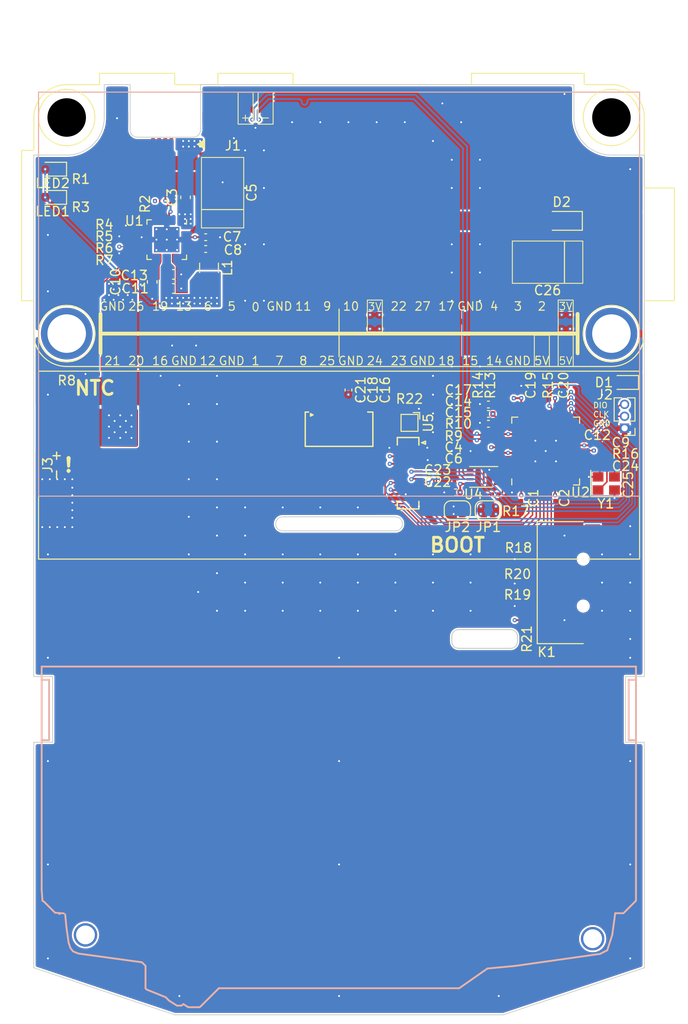
<source format=kicad_pcb>
(kicad_pcb (version 20211014) (generator pcbnew)
  (layers (0 "F.Cu" signal) (1 "In1.Cu" signal) (2 "In2.Cu" signal) (31 "B.Cu" signal) (34 "B.Paste" user) (35 "F.Paste" user) (36 "B.SilkS" user "B.Silkscreen") (37 "F.SilkS" user "F.Silkscreen") (38 "B.Mask" user) (39 "F.Mask" user) (44 "Edge.Cuts" user))
  (net 0 "")
  (net 1 "GND")
  (net 2 "+3V3")
  (net 3 "VBUS")
  (net 4 "VBOOST")
  (net 5 "+1V1")
  (net 6 "/REGN")
  (net 7 "Net-(C8-Pad1)")
  (net 8 "Net-(C8-Pad2)")
  (net 9 "Net-(C10-Pad1)")
  (net 10 "VSYS")
  (net 11 "VDD")
  (net 12 "Net-(C17-Pad2)")
  (net 13 "DISPON")
  (net 14 "/XIN")
  (net 15 "Net-(C25-Pad2)")
  (net 16 "Net-(C26-Pad1)")
  (net 17 "Net-(D1-Pad2)")
  (net 18 "/BQ_D-")
  (net 19 "/BQ_D+")
  (net 21 "Net-(J2-Pad2)")
  (net 22 "Net-(J2-Pad3)")
  (net 23 "Net-(JP2-Pad2)")
  (net 24 "SW_UP")
  (net 25 "SW_DOWN")
  (net 27 "Net-(K1-PadC)")
  (net 28 "SW_BUTTON")
  (net 29 "Net-(LED1-Pad1)")
  (net 30 "Net-(LED2-Pad1)")
  (net 31 "Net-(R1-Pad1)")
  (net 32 "Net-(R2-Pad1)")
  (net 33 "Net-(R3-Pad1)")
  (net 34 "Net-(R4-Pad2)")
  (net 35 "Net-(R5-Pad2)")
  (net 36 "Net-(R6-Pad1)")
  (net 37 "Net-(R9-Pad1)")
  (net 38 "/D+")
  (net 39 "Net-(R10-Pad1)")
  (net 40 "/D-")
  (net 41 "ADC_REF")
  (net 42 "/GP25")
  (net 43 "/XOUT")
  (net 44 "/QSPI_SS")
  (net 45 "BACKLIT")
  (net 48 "SCK")
  (net 49 "MOSI")
  (net 50 "CS")
  (net 51 "EXTCOMIN")
  (net 52 "Net-(U3-PadMP)")
  (net 53 "Net-(U5-Pad6)")
  (net 76 "/ROW1")
  (net 77 "/COL1")
  (net 78 "/ROW2")
  (net 79 "/COL2")
  (net 80 "/COL3")
  (net 81 "/COL4")
  (net 82 "/ROW3")
  (net 83 "/COL5")
  (net 84 "/ROW4")
  (net 85 "/ROW5")
  (net 86 "/ROW6")
  (net 87 "/ROW7")
  (net 107 "/QSPI_SD3")
  (net 108 "/QSPI_CLK")
  (net 109 "/QSPI_SD0")
  (net 110 "/QSPI_SD2")
  (net 111 "/QSPI_SD1")
  (footprint "_Library:RP2040" (layer "F.Cu") (at 82 99 90)
    (fp_text reference "U2")
    (fp_text value "RP2040")
  )
  (footprint "Resistor_SMD:R_0201_0603Metric" (layer "F.Cu") (at 80 117 180)
    (fp_text reference "R21")
    (fp_text value "1k")
  )
  (footprint "_Library:20TQC47MYFT" (layer "F.Cu") (at 82.2 78.9 90)
    (fp_text reference "C26")
    (fp_text value "20TQC47MYFT")
  )
  (footprint "Capacitor_SMD:C_0201_0603Metric" (layer "F.Cu") (at 75.9 98.6)
    (fp_text reference "C4")
    (fp_text value "1nF")
  )
  (footprint "_Library:HJX522365" (layer "F.Cu") (at 30 100.5 90)
    (fp_text reference "J3")
    (fp_text value "Conn_01x02_Male")
  )
  (footprint "Crystal:Crystal_SMD_2520-4Pin_2.5x2.0mm" (layer "F.Cu") (at 88.45 102.45)
    (fp_text reference "Y1")
    (fp_text value "12MHz")
  )
  (footprint "Resistor_SMD:R_0201_0603Metric" (layer "F.Cu") (at 37.6 76.5)
    (fp_text reference "R5")
    (fp_text value "270")
  )
  (footprint "Capacitor_SMD:C_0201_0603Metric" (layer "F.Cu") (at 72.6 102.5)
    (fp_text reference "C23")
    (fp_text value "100nF")
  )
  (footprint "Capacitor_SMD:C_0603_1608Metric" (layer "F.Cu") (at 43.655 72 90)
    (fp_text reference "C3")
    (fp_text value "1uF")
  )
  (footprint "LED_SMD:LED_0603_1608Metric" (layer "F.Cu") (at 90.4 91.7 180)
    (fp_text reference "D1")
    (fp_text value "LED")
  )
  (footprint "_Library:W25Q16JVUXIQ" (layer "F.Cu") (at 75.4 101.75 90)
    (fp_text reference "U4")
    (fp_text value "W25Q16JVUXIQ")
  )
  (footprint "Resistor_SMD:R_0201_0603Metric" (layer "F.Cu") (at 76.6 103.6 180)
    (fp_text reference "R17")
    (fp_text value "1k")
  )
  (footprint "Capacitor_SMD:C_0201_0603Metric" (layer "F.Cu") (at 79.4 93.055 -90)
    (fp_text reference "C19")
    (fp_text value "100nF")
  )
  (footprint "Capacitor_SMD:C_0603_1608Metric" (layer "F.Cu") (at 40.1 81 -90)
    (fp_text reference "C10")
    (fp_text value "10uF")
  )
  (footprint "Jumper:SolderJumper-2_P1.3mm_Open_RoundedPad1.0x1.5mm" (layer "F.Cu") (at 72.6 105.3)
    (fp_text reference "JP2")
    (fp_text value "BOOTSEL")
  )
  (footprint "_Library:PI-ZERO_USB" (layer "F.Cu") (at 60 75)
    (fp_text reference "U6" hide)
    (fp_text value "RPI_ZERO")
  )
  (footprint "Resistor_SMD:R_0201_0603Metric" (layer "F.Cu") (at 67.5 94.5)
    (fp_text reference "R22")
    (fp_text value "10K")
  )
  (footprint "LED_SMD:LED_0603_1608Metric" (layer "F.Cu") (at 29.5 72 180)
    (fp_text reference "LED1")
    (fp_text value "LED")
  )
  (footprint "Capacitor_SMD:C_0402_1005Metric" (layer "F.Cu") (at 45.8 77.5)
    (fp_text reference "C8")
    (fp_text value "47nF")
  )
  (footprint "Capacitor_SMD:C_0402_1005Metric" (layer "F.Cu") (at 45.8 76.24)
    (fp_text reference "C7")
    (fp_text value "4.7uF")
  )
  (footprint "Capacitor_SMD:C_0201_0603Metric" (layer "F.Cu") (at 60 92.5 -90)
    (fp_text reference "C18")
    (fp_text value "100nF")
  )
  (footprint "Resistor_SMD:R_0201_0603Metric" (layer "F.Cu") (at 37.61 75.75)
    (fp_text reference "R4")
    (fp_text value "200")
  )
  (footprint "LED_SMD:LED_0603_1608Metric" (layer "F.Cu") (at 29.5 69 180)
    (fp_text reference "LED2")
    (fp_text value "LED_RED_0603")
  )
  (footprint "Package_DFN_QFN:QFN-24-1EP_4x4mm_P0.5mm_EP2.7x2.7mm_ThermalVias" (layer "F.Cu") (at 41.655 76.5 -90)
    (fp_text reference "U1")
    (fp_text value "BQ25616RTWR")
  )
  (footprint "Capacitor_SMD:C_0201_0603Metric" (layer "F.Cu") (at 83 93.055 -90)
    (fp_text reference "C20")
    (fp_text value "100nF")
  )
  (footprint "_Library:Vishay_PowerPAK_SC70-6L_Dual" (layer "F.Cu") (at 67.5 96 -90)
    (fp_text reference "U5")
    (fp_text value "SIA517DJ-T1-GE3")
  )
  (footprint "Resistor_SMD:R_0201_0603Metric" (layer "F.Cu") (at 37.6 77.96)
    (fp_text reference "R7")
    (fp_text value "31.23k")
  )
  (footprint "Capacitor_SMD:C_0201_0603Metric" (layer "F.Cu") (at 87.45 98.25 180)
    (fp_text reference "C12")
    (fp_text value "1nF")
  )
  (footprint "Resistor_SMD:R_0201_0603Metric" (layer "F.Cu") (at 77.8 93.055 90)
    (fp_text reference "R14")
    (fp_text value "1R")
  )
  (footprint "Resistor_SMD:R_0201_0603Metric" (layer "F.Cu") (at 80 113.1 180)
    (fp_text reference "R20")
    (fp_text value "10k")
  )
  (footprint "Capacitor_SMD:C_0201_0603Metric" (layer "F.Cu") (at 87.45 100.55 180)
    (fp_text reference "C24")
    (fp_text value "15pF")
  )
  (footprint "Resistor_SMD:R_0201_0603Metric" (layer "F.Cu") (at 80 115.5 180)
    (fp_text reference "R19")
    (fp_text value "10k")
  )
  (footprint "Capacitor_SMD:C_0402_1005Metric" (layer "F.Cu") (at 75.9 95.05)
    (fp_text reference "C14")
    (fp_text value "2.2uF")
  )
  (footprint "Capacitor_SMD:C_0201_0603Metric" (layer "F.Cu") (at 75.9 99.4)
    (fp_text reference "C6")
    (fp_text value "1nF")
  )
  (footprint "Resistor_SMD:R_0201_0603Metric" (layer "F.Cu") (at 40.4 72.7 90)
    (fp_text reference "R2")
    (fp_text value "10k")
  )
  (footprint "_Library:K1-1502SA-02" (layer "F.Cu") (at 86 113 -90)
    (fp_text reference "K1")
    (fp_text value "K1-1502SA-02")
  )
  (footprint "_Library:20TQC47MYFT" (layer "F.Cu") (at 47.6 71.5)
    (fp_text reference "C5")
    (fp_text value "20TQC47MYFT")
  )
  (footprint "Jumper:SolderJumper-2_P1.3mm_Bridged_RoundedPad1.0x1.5mm" (layer "F.Cu") (at 75.9 105.3 180)
    (fp_text reference "JP1")
    (fp_text value "SolderJumper_2_Bridged")
  )
  (footprint "Resistor_SMD:R_0201_0603Metric" (layer "F.Cu") (at 80 110.5 180)
    (fp_text reference "R18")
    (fp_text value "10k")
  )
  (footprint "Resistor_SMD:R_0201_0603Metric" (layer "F.Cu") (at 75.9 97.1 180)
    (fp_text reference "R10")
    (fp_text value "27R")
  )
  (footprint "Resistor_SMD:R_0201_0603Metric" (layer "F.Cu") (at 78.6 93.055 -90)
    (fp_text reference "R13")
    (fp_text value "200R")
  )
  (footprint "Capacitor_SMD:C_0402_1005Metric" (layer "F.Cu") (at 75.9 96.1)
    (fp_text reference "C15")
    (fp_text value "2.2uF")
  )
  (footprint "Capacitor_SMD:C_0402_1005Metric" (layer "F.Cu") (at 61 92.5 -90)
    (fp_text reference "C16")
    (fp_text value "1uF")
  )
  (footprint "Capacitor_SMD:C_0201_0603Metric" (layer "F.Cu") (at 83 104 90)
    (fp_text reference "C2")
    (fp_text value "100nF")
  )
  (footprint "Connector_PinHeader_1.27mm:PinHeader_1x03_P1.27mm_Vertical" (layer "F.Cu") (at 90.4 96.57 180)
    (fp_text reference "J2")
    (fp_text value "Conn_01x03_Male")
  )
  (footprint "_Library:WIP252010P-1R0ML" (layer "F.Cu") (at 46.155 79.5 -90)
    (fp_text reference "L1")
    (fp_text value "1uH")
  )
  (footprint "_Library:474910001" (layer "F.Cu") (at 41.5 60)
    (fp_text reference "J1")
    (fp_text value "USB_B_Micro")
    (fp_line (start -3.75 0) (end -6.05 0) (layer "Edge.Cuts") (width 0.1))
    (fp_line (start -3.75 4.8) (end -3.75 0) (layer "Edge.Cuts") (width 0.1))
    (fp_line (start 3.75 0) (end 6.05 0) (layer "Edge.Cuts") (width 0.1))
    (fp_line (start 2.95 5.6) (end -2.95 5.6) (layer "Edge.Cuts") (width 0.1))
    (fp_line (start 3.75 0) (end 3.75 4.8) (layer "Edge.Cuts") (width 0.1))
    (fp_arc (start -2.95 5.6) (mid -3.515685 5.365685) (end -3.75 4.8) (layer "Edge.Cuts") (width 0.1))
    (fp_arc (start 3.75 4.8) (mid 3.515685 5.365685) (end 2.95 5.6) (layer "Edge.Cuts") (width 0.1))
  )
  (footprint "Capacitor_SMD:C_0603_1608Metric" (layer "F.Cu") (at 42.4 81.7)
    (fp_text reference "C11")
    (fp_text value "10uF")
  )
  (footprint "Resistor_SMD:R_0201_0603Metric" (layer "F.Cu") (at 75.9 97.9 180)
    (fp_text reference "R9")
    (fp_text value "27R")
  )
  (footprint "_Library:FH34SRJ-10S-0.5SH(50)" (layer "F.Cu") (at 60 97 180)
    (fp_text reference "U3" hide)
    (fp_text value "FH34SRJ-10S-0.5SH(50)")
  )
  (footprint "Capacitor_SMD:C_0603_1608Metric" (layer "F.Cu") (at 42.4 80.2)
    (fp_text reference "C13")
    (fp_text value "10uF")
  )
  (footprint "Capacitor_SMD:C_0201_0603Metric" (layer "F.Cu") (at 87.45 98.95 180)
    (fp_text reference "C9")
    (fp_text value "1nF")
  )
  (footprint "Resistor_SMD:R_0201_0603Metric" (layer "F.Cu") (at 34 90.8)
    (fp_text reference "R8")
    (fp_text value "NTCG063JF103FTB")
  )
  (footprint "Capacitor_SMD:C_0201_0603Metric" (layer "F.Cu") (at 79.4 104 90)
    (fp_text reference "C1")
    (fp_text value "100nF")
  )
  (footprint "_Library:BM14B(0.8)-24DS-0.4V(53)" (layer "F.Cu") (at 60 139)
    (fp_text reference "U7" hide)
    (fp_text value "BBQ10KBD")
    (fp_line (start 19 -20.25) (end 19 -19.75) (layer "Edge.Cuts") (width 0.12))
    (fp_line (start -30.5 -16) (end -30.5 -9) (layer "Edge.Cuts") (width 0.1))
    (fp_line (start 32 -9) (end 30.5 -9) (layer "Edge.Cuts") (width 0.1))
    (fp_line (start -30.5 -9) (end -32 -9) (layer "Edge.Cuts") (width 0.1))
    (fp_line (start 30.5 -9) (end 30.5 -16) (layer "Edge.Cuts") (width 0.1))
    (fp_line (start -32 -16) (end -30.5 -16) (layer "Edge.Cuts") (width 0.1))
    (fp_line (start 12 -19.75) (end 12 -20.25) (layer "Edge.Cuts") (width 0.12))
    (fp_line (start 30.5 -16) (end 32 -16) (layer "Edge.Cuts") (width 0.1))
    (fp_line (start 18.25 -19) (end 12.75 -19) (layer "Edge.Cuts") (width 0.12))
    (fp_line (start 12.75 -21) (end 18.25 -21) (layer "Edge.Cuts") (width 0.12))
    (fp_arc (start 18.25 -21) (mid 18.78033 -20.78033) (end 19 -20.25) (layer "Edge.Cuts") (width 0.12))
    (fp_arc (start 12.75 -19) (mid 12.21967 -19.21967) (end 12 -19.75) (layer "Edge.Cuts") (width 0.12))
    (fp_arc (start 12 -20.25) (mid 12.21967 -20.78033) (end 12.75 -21) (layer "Edge.Cuts") (width 0.12))
    (fp_arc (start 19 -19.75) (mid 18.78033 -19.21967) (end 18.25 -19) (layer "Edge.Cuts") (width 0.12))
  )
  (footprint "Capacitor_SMD:C_0201_0603Metric" (layer "F.Cu") (at 59 92.5 -90)
    (fp_text reference "C21")
    (fp_text value "100nF")
  )
  (footprint "Resistor_SMD:R_0201_0603Metric" (layer "F.Cu") (at 32.5 72 180)
    (fp_text reference "R3")
    (fp_text value "10k")
  )
  (footprint "Resistor_SMD:R_0201_0603Metric" (layer "F.Cu") (at 32.5 69 180)
    (fp_text reference "R1")
    (fp_text value "10k")
  )
  (footprint "Capacitor_SMD:C_0402_1005Metric" (layer "F.Cu") (at 72.4 103.4)
    (fp_text reference "C22")
    (fp_text value "2.2uF")
  )
  (footprint "Diode_SMD:D_PowerDI-123" (layer "F.Cu") (at 83.7 74.5 180)
    (fp_text reference "D2")
    (fp_text value " SBR3U30P1")
  )
  (footprint "Resistor_SMD:R_0201_0603Metric" (layer "F.Cu") (at 81.4 93.055 -90)
    (fp_text reference "R15")
    (fp_text value "100k")
  )
  (footprint "Resistor_SMD:R_0201_0603Metric" (layer "F.Cu") (at 87.45 99.7 180)
    (fp_text reference "R16")
    (fp_text value "1k")
  )
  (footprint "Capacitor_SMD:C_0402_1005Metric" (layer "F.Cu") (at 75.9 94.05)
    (fp_text reference "C17")
    (fp_text value "2.2uF")
  )
  (footprint "Resistor_SMD:R_0201_0603Metric" (layer "F.Cu") (at 37.6 77.25 180)
    (fp_text reference "R6")
    (fp_text value "5.25k")
  )
  (footprint "Capacitor_SMD:C_0201_0603Metric" (layer "F.Cu") (at 88.65 99.35 -90)
    (fp_text reference "C25")
    (fp_text value "15pF")
  )
  (gr_arc (start 35 63.5) (mid 33.828427 66.328427) (end 31 67.5) (layer "Edge.Cuts") (width 0.1))
  (gr_arc (start 89 67.5) (mid 86.171573 66.328427) (end 85 63.5) (layer "Edge.Cuts") (width 0.1))
  (gr_line (start 77.5 159) (end 92.5 154) (layer "Edge.Cuts") (width 0.1))
  (gr_line (start 31 67.5) (end 27.5 67.5) (layer "Edge.Cuts") (width 0.1))
  (gr_line (start 27.5 154) (end 27.5 130) (layer "Edge.Cuts") (width 0.1))
  (gr_line (start 92.5 130) (end 92 130) (layer "Edge.Cuts") (width 0.1))
  (gr_arc (start 54 107.5) (mid 53.25 106.75) (end 54 106) (layer "Edge.Cuts") (width 0.1))
  (gr_line (start 54 107.5) (end 66 107.5) (layer "Edge.Cuts") (width 0.1))
  (gr_line (start 27.5 154) (end 42.5 159) (layer "Edge.Cuts") (width 0.1))
  (gr_line (start 77.5 159) (end 42.5 159) (layer "Edge.Cuts") (width 0.1))
  (gr_line (start 35 60) (end 35 63.5) (layer "Edge.Cuts") (width 0.1))
  (gr_line (start 92 123) (end 92.5 123) (layer "Edge.Cuts") (width 0.1))
  (gr_line (start 27.5 67.5) (end 27.5 123) (layer "Edge.Cuts") (width 0.1))
  (gr_line (start 89 67.5) (end 92.5 67.5) (layer "Edge.Cuts") (width 0.1))
  (gr_line (start 28 123) (end 27.5 123) (layer "Edge.Cuts") (width 0.1))
  (gr_line (start 92.5 130) (end 92.5 154) (layer "Edge.Cuts") (width 0.1))
  (gr_line (start 66 106) (end 54 106) (layer "Edge.Cuts") (width 0.1))
  (gr_arc (start 66 106) (mid 66.75 106.75) (end 66 107.5) (layer "Edge.Cuts") (width 0.1))
  (gr_line (start 35.45 60) (end 35 60) (layer "Edge.Cuts") (width 0.1))
  (gr_line (start 85 60) (end 47.55 60) (layer "Edge.Cuts") (width 0.1))
  (gr_line (start 28 130) (end 27.5 130) (layer "Edge.Cuts") (width 0.1))
  (gr_line (start 85 63.5) (end 85 60) (layer "Edge.Cuts") (width 0.1))
  (gr_line (start 92.5 67.5) (end 92.5 123) (layer "Edge.Cuts") (width 0.1))
  (gr_text "NTC" (at 34 92.3) (layer "F.SilkS") (effects (font (size 1.5 1.5) (thickness 0.3))))
  (gr_text "DIO\nCLK\nGND" (at 87 95.1) (layer "F.SilkS") (effects (font (size 0.6 0.6) (thickness 0.1)) (justify left)))
  (gr_text "BOOT" (at 72.6 109) (layer "F.SilkS") (effects (font (size 1.5 1.5) (thickness 0.3))))
  (gr_text "!" (at 31.2 100.5) (layer "F.SilkS") (effects (font (size 1.5 1.5) (thickness 0.3))))
  (segment (start 65.6 103.9) (end 65.76 104.06) (width 0.2) (layer "F.Cu") (net 1))
  (segment (start 68.5 99.96) (end 69.44 99.96) (width 0.16) (layer "F.Cu") (net 1))
  (segment (start 36.95 76.5) (end 36.6 76.15) (width 0.16) (layer "F.Cu") (net 1))
  (segment (start 31.6 102) (end 31.6 107.1) (width 1) (layer "F.Cu") (net 1))
  (segment (start 65.76 104.06) (end 66.2 104.06) (width 0.2) (layer "F.Cu") (net 1))
  (segment (start 37.28 76.5) (end 36.95 76.5) (width 0.16) (layer "F.Cu") (net 1))
  (segment (start 78.7 110.5) (end 79.68 110.5) (width 0.2) (layer "F.Cu") (net 1))
  (segment (start 76.85 101) (end 76.0045 101) (width 0.2) (layer "F.Cu") (net 1))
  (segment (start 68.5 102.76) (end 69.27 102.76) (width 0.2) (layer "F.Cu") (net 1))
  (segment (start 61.75 94.18) (end 62.25 93.68) (width 0.16) (layer "F.Cu") (net 1))
  (segment (start 39.375 81.775) (end 38.88 81.28) (width 0.16) (layer "F.Cu") (net 1))
  (segment (start 87.575 101.75) (end 87.77 101.555) (width 0.16) (layer "F.Cu") (net 1))
  (segment (start 66.2 103.56) (end 65.65 103.56) (width 0.2) (layer "F.Cu") (net 1))
  (segment (start 68.5 103.56) (end 69.27 103.56) (width 0.2) (layer "F.Cu") (net 1))
  (segment (start 76.0045 101) (end 76 100.9955) (width 0.2) (layer "F.Cu") (net 1))
  (segment (start 67.06 103.56) (end 67.1 103.6) (width 0.2) (layer "F.Cu") (net 1))
  (segment (start 40.1 82.787166) (end 40.106417 82.793583) (width 0.16) (layer "F.Cu") (net 1))
  (segment (start 68.5 100.36) (end 69.04 100.36) (width 0.16) (layer "F.Cu") (net 1))
  (segment (start 65.65 103.56) (end 65.6 103.61) (width 0.2) (layer "F.Cu") (net 1))
  (segment (start 69.04 100.36) (end 69.44 99.96) (width 0.16) (layer "F.Cu") (net 1))
  (segment (start 89.325 104.005) (end 89.33 104.01) (width 0.16) (layer "F.Cu") (net 1))
  (segment (start 67.82 95) (end 67.82 94.5) (width 0.16) (layer "F.Cu") (net 1))
  (segment (start 89.325 103.15) (end 89.325 104.005) (width 0.2) (layer "F.Cu") (net 1))
  (segment (start 37 75.75) (end 36.6 76.15) (width 0.16) (layer "F.Cu") (net 1))
  (segment (start 68.5 103.16) (end 69.27 103.16) (width 0.2) (layer "F.Cu") (net 1))
  (segment (start 65.6 103.61) (end 65.6 103.9) (width 0.2) (layer "F.Cu") (net 1))
  (segment (start 68 95.18) (end 67.82 95) (width 0.16) (layer "F.Cu") (net 1))
  (segment (start 39.6925 76.25) (end 38.98 76.25) (width 0.16) (layer "F.Cu") (net 1))
  (segment (start 40.1 81.775) (end 39.375 81.775) (width 0.16) (layer "F.Cu") (net 1))
  (segment (start 87.575 101.75) (end 86.6 101.75) (width 0.16) (layer "F.Cu") (net 1))
  (segment (start 66.2 103.56) (end 67.06 103.56) (width 0.2) (layer "F.Cu") (net 1))
  (segment (start 37.29 75.75) (end 37 75.75) (width 0.16) (layer "F.Cu") (net 1))
  (segment (start 40.1 81.775) (end 40.1 82.787166) (width 0.16) (layer "F.Cu") (net 1))
  (segment (start 28.4 102) (end 28.4 107.1) (width 1) (layer "F.Cu") (net 1))
  (segment (start 62.25 93.68) (end 62.25 95.3) (width 0.16) (layer "F.Cu") (net 1))
  (segment (start 61.75 95.3) (end 61.75 94.18) (width 0.16) (layer "F.Cu") (net 1))
  (segment (start 37.28 77.96) (end 36.59 77.96) (width 0.16) (layer "F.Cu") (net 1))
  (segment (start 87.77 101.555) (end 87.77 100.55) (width 0.16) (layer "F.Cu") (net 1))
  (via (at 47.6 70.4) (size 0.45) (drill 0.2) (layers "F.Cu" "B.Cu") (net 1))
  (via (at 43.2 80.2) (size 0.45) (drill 0.2) (layers "F.Cu" "B.Cu") (net 1))
  (via (at 65.36 98.66) (size 0.45) (drill 0.2) (layers "F.Cu" "B.Cu") (net 1))
  (via (at 36.6 76.15) (size 0.45) (drill 0.2) (layers "F.Cu" "B.Cu") (net 1))
  (via (at 29 143) (size 0.45) (drill 0.2) (layers "F.Cu" "B.Cu") (net 1))
  (via (at 91 69) (size 0.45) (drill 0.2) (layers "F.Cu" "B.Cu") (net 1))
  (via (at 84 117) (size 0.45) (drill 0.2) (layers "F.Cu" "B.Cu") (net 1))
  (via (at 75 92) (size 0.45) (drill 0.2) (layers "F.Cu" "B.Cu") (net 1))
  (via (at 75 77) (size 0.45) (drill 0.2) (layers "F.Cu" "B.Cu") (net 1))
  (via (at 82 99) (size 0.45) (drill 0.2) (layers "F.Cu" "B.Cu") (net 1))
  (via (at 30 102) (size 0.45) (drill 0.2) (layers "F.Cu" "B.Cu") (net 1))
  (via (at 47 91) (size 0.45) (drill 0.2) (layers "F.Cu" "B.Cu") (net 1))
  (via (at 79.4 92.06) (size 0.45) (drill 0.2) (layers "F.Cu" "B.Cu") (net 1))
  (via (at 70 93) (size 0.45) (drill 0.2) (layers "F.Cu" "B.Cu") (net 1))
  (via (at 60 157) (size 0.45) (drill 0.2) (layers "F.Cu" "B.Cu") (net 1))
  (via (at 64 64) (size 0.45) (drill 0.2) (layers "F.Cu" "B.Cu") (net 1))
  (via (at 60 143) (size 0.45) (drill 0.2) (layers "F.Cu" "B.Cu") (net 1))
  (via (at 28.4 102) (size 0.45) (drill 0.2) (layers "F.Cu" "B.Cu") (net 1))
  (via (at 72.2 104.9) (size 0.45) (drill 0.2) (layers "F.Cu" "B.Cu") (net 1))
  (via (at 29 121) (size 0.45) (drill 0.2) (layers "F.Cu" "B.Cu") (net 1))
  (via (at 84 108) (size 0.45) (drill 0.2) (layers "F.Cu" "B.Cu") (net 1))
  (via (at 68.5 94.5) (size 0.45) (drill 0.2) (layers "F.Cu" "B.Cu") (net 1))
  (via (at 54 116) (size 0.45) (drill 0.2) (layers "F.Cu" "B.Cu") (net 1))
  (via (at 75 68) (size 0.45) (drill 0.2) (layers "F.Cu" "B.Cu") (net 1))
  (via (at 86.6 101.75) (size 0.45) (drill 0.2) (layers "F.Cu" "B.Cu") (net 1))
  (via (at 72 77) (size 0.45) (drill 0.2) (layers "F.Cu" "B.Cu") (net 1))
  (via (at 44 98) (size 0.45) (drill 0.2) (layers "F.Cu" "B.Cu") (net 1))
  (via (at 62 105) (size 0.45) (drill 0.2) (layers "F.Cu" "B.Cu") (net 1))
  (via (at 60 132) (size 0.45) (drill 0.2) (layers "F.Cu" "B.Cu") (net 1))
  (via (at 72 94) (size 0.45) (drill 0.2) (layers "F.Cu" "B.Cu") (net 1))
  (via (at 78.7 115.5) (size 0.45) (drill 0.2) (layers "F.Cu" "B.Cu") (net 1))
  (via (at 74 99) (size 0.45) (drill 0.2) (layers "F.Cu" "B.Cu") (net 1))
  (via (at 74 116) (size 0.45) (drill 0.2) (layers "F.Cu" "B.Cu") (net 1))
  (via (at 52 83) (size 0.45) (drill 0.2) (layers "F.Cu" "B.Cu") (net 1))
  (via (at 80.9 97.9) (size 0.45) (drill 0.2) (layers "F.Cu" "B.Cu") (net 1))
  (via (at 77 157) (size 0.45) (drill 0.2) (layers "F.Cu" "B.Cu") (net 1))
  (via (at 58 64) (size 0.45) (drill 0.2) (layers "F.Cu" "B.Cu") (net 1))
  (via (at 89.33 104.01) (size 0.45) (drill 0.2) (layers "F.Cu" "B.Cu") (net 1))
  (via (at 73 64) (size 0.45) (drill 0.2) (layers "F.Cu" "B.Cu") (net 1))
  (via (at 66 116) (size 0.45) (drill 0.2) (layers "F.Cu" "B.Cu") (net 1))
  (via (at 83.1 97.9) (size 0.45) (drill 0.2) (layers "F.Cu" "B.Cu") (net 1))
  (via (at 84 61) (size 0.45) (drill 0.2) (layers "F.Cu" "B.Cu") (net 1))
  (via (at 41 91) (size 0.45) (drill 0.2) (layers "F.Cu" "B.Cu") (net 1))
  (via (at 66 110) (size 0.45) (drill 0.2) (layers "F.Cu" "B.Cu") (net 1))
  (via (at 48.8 65.7) (size 0.45) (drill 0.2) (layers "F.Cu" "B.Cu") (net 1))
  (via (at 54 105) (size 0.45) (drill 0.2) (layers "F.Cu" "B.Cu") (net 1))
  (via (at 50 110) (size 0.45) (drill 0.2) (layers "F.Cu" "B.Cu") (net 1))
  (via (at 31.6 102) (size 0.45) (drill 0.2) (layers "F.Cu" "B.Cu") (net 1))
  (via (at 67 64) (size 0.45) (drill 0.2) (layers "F.Cu" "B.Cu") (net 1))
  (via (at 72 71) (size 0.45) (drill 0.2) (layers "F.Cu" "B.Cu") (net 1))
  (via (at 47.33 76.25) (size 0.45) (drill 0.2) (layers "F.Cu" "B.Cu") (net 1))
  (via (at 50 67) (size 0.45) (drill 0.2) (layers "F.Cu" "B.Cu") (net 1))
  (via (at 62.25 93.68) (size 0.45) (drill 0.2) (layers "F.Cu" "B.Cu") (net 1))
  (via (at 91 143) (size 0.45) (drill 0.2) (layers "F.Cu" "B.Cu") (net 1))
  (via (at 52 77) (size 0.45) (drill 0.2) (layers "F.Cu" "B.Cu") (net 1))
  (via (at 91 113) (size 0.45) (drill 0.2) (layers "F.Cu" "B.Cu") (net 1))
  (via (at 58 105) (size 0.45) (drill 0.2) (layers "F.Cu" "B.Cu") (net 1))
  (via (at 91 116) (size 0.45) (drill 0.2) (layers "F.Cu" "B.Cu") (net 1))
  (via (at 52 67) (size 0.45) (drill 0.2) (layers "F.Cu" "B.Cu") (net 1))
  (via (at 70 95) (size 0.45) (drill 0.2) (layers "F.Cu" "B.Cu") (net 1))
  (via (at 88 113) (size 0.45) (drill 0.2) (layers "F.Cu" "B.Cu") (net 1))
  (via (at 54 113) (size 0.45) (drill 0.2) (layers "F.Cu" "B.Cu") (net 1))
  (via (at 62 110) (size 0.45) (drill 0.2) (layers "F.Cu" "B.Cu") (net 1))
  (via (at 70 97) (size 0.45) (drill 0.2) (layers "F.Cu" "B.Cu") (net 1))
  (via (at 61 64) (size 0.45) (drill 0.2) (layers "F.Cu" "B.Cu") (net 1))
  (via (at 75 96) (size 0.45) (drill 0.2) (layers "F.Cu" "B.Cu") (net 1))
  (via (at 28.4 107.1) (size 0.45) (drill 0.2) (layers "F.Cu" "B.Cu") (net 1))
  (via (at 72 90) (size 0.45) (drill 0.2) (layers "F.Cu" "B.Cu") (net 1))
  (via (at 75 83) (size 0.45) (drill 0.2) (layers "F.Cu" "B.Cu") (net 1))
  (via (at 40.106417 82.793583) (size 0.45) (drill 0.2) (layers "F.Cu" "B.Cu") (net 1))
  (via (at 70 91) (size 0.45) (drill 0.2) (layers "F.Cu" "B.Cu") (net 1))
  (via (at 78.41 103.41) (size 0.45) (drill 0.2) (layers "F.Cu" "B.Cu") (net 1))
  (via (at 50 105) (size 0.45) (drill 0.2) (layers "F.Cu" "B.Cu") (net 1))
  (via (at 43 157) (size 0.45) (drill 0.2) (layers "F.Cu" "B.Cu") (net 1))
  (via (at 38.88 81.28) (size 0.45) (drill 0.2) (layers "F.Cu" "B.Cu") (net 1))
  (via (at 43 92) (size 0.45) (drill 0.2) (layers "F.Cu" "B.Cu") (net 1))
  (via (at 78.7 113.1) (size 0.45) (drill 0.2) (layers "F.Cu" "B.Cu") (net 1))
  (via (at 74 113) (size 0.45) (drill 0.2) (layers "F.Cu" "B.Cu") (net 1))
  (via (at 30.8 107.1) (size 0.45) (drill 0.2) (layers "F.Cu" "B.Cu") (net 1))
  (via (at 83.1 100.1) (size 0.45) (drill 0.2) (layers "F.Cu" "B.Cu") (net 1))
  (via (at 80.9 100.1) (size 0.45) (drill 0.2) (layers "F.Cu" "B.Cu") (net 1))
  (via (at 44.78 87.77) (size 0.45) (drill 0.2) (layers "F.Cu" "B.Cu") (net 1))
  (via (at 47 105) (size 0.45) (drill 0.2) (layers "F.Cu" "B.Cu") (net 1))
  (via (at 91 132) (size 0.45) (drill 0.2) (layers "F.Cu" "B.Cu") (net 1))
  (via (at 68.5 104.9) (size 0.45) (drill 0.2) (layers "F.Cu" "B.Cu") (net 1))
  (via (at 38.98 76.25) (size 0.45) (drill 0.2) (layers "F.Cu" "B.Cu") (net 1))
  (via (at 29 132) (size 0.45) (drill 0.2) (layers "F.Cu" "B.Cu") (net 1))
  (via (at 29 76) (size 0.45) (drill 0.2) (layers "F.Cu" "B.Cu") (net 1))
  (via (at 31.6 106.1) (size 0.45) (drill 0.2) (layers "F.Cu" "B.Cu") (net 1))
  (via (at 76 100.9955) (size 0.45) (drill 0.2) (layers "F.Cu" "B.Cu") (net 1))
  (via (at 75 80) (size 0.45) (drill 0.2) (layers "F.Cu" "B.Cu") (net 1))
  (via (at 29 153) (size 0.45) (drill 0.2) (layers "F.Cu" "B.Cu") (net 1))
  (via (at 58 116) (size 0.45) (drill 0.2) (layers "F.Cu" "B.Cu") (net 1))
  (via (at 72 92) (size 0.45) (drill 0.2) (layers "F.Cu" "B.Cu") (net 1))
  (via (at 31.6 107.1) (size 0.45) (drill 0.2) (layers "F.Cu" "B.Cu") (net 1))
  (via (at 70 110) (size 0.45) (drill 0.2) (layers "F.Cu" "B.Cu") (net 1))
  (via (at 75 94) (size 0.45) (drill 0.2) (layers "F.Cu" "B.Cu") (net 1))
  (via (at 52 71) (size 0.45) (drill 0.2) (layers "F.Cu" "B.Cu") (net 1))
  (via (at 51.1 64.6) (size 0.45) (drill 0.2) (layers "F.Cu" "B.Cu") (net 1))
  (via (at 37.3 75) (size 0.45) (drill 0.2) (layers "F.Cu" "B.Cu") (net 1))
  (via (at 75 90) (size 0.45) (drill 0.2) (layers "F.Cu" "B.Cu") (net 1))
  (via (at 91 110) (size 0.45) (drill 0.2) (layers "F.Cu" "B.Cu") (net 1))
  (via (at 72 68) (size 0.45) (drill 0.2) (layers "F.Cu" "B.Cu") (net 1))
  (via (at 66 113) (size 0.45) (drill 0.2) (layers "F.Cu" "B.Cu") (net 1))
  (via (at 31.6 103.7) (size 0.45) (drill 0.2) (layers "F.Cu" "B.Cu") (net 1))
  (via (at 44 94) (size 0.45) (drill 0.2) (layers "F.Cu" "B.Cu") (net 1))
  (via (at 50 83) (size 0.45) (drill 0.2) (layers "F.Cu" "B.Cu") (net 1))
  (via (at 72 99) (size 0.45) (drill 0.2) (layers "F.Cu" "B.Cu") (net 1))
  (via (at 72 96) (size 0.45) (drill 0.2) (layers "F.Cu" "B.Cu") (net 1))
  (via (at 58 110) (size 0.45) (drill 0.2) (layers "F.Cu" "B.Cu") (net 1))
  (via (at 83.69 92.73) (size 0.45) (drill 0.2) (layers "F.Cu" "B.Cu") (net 1))
  (via (at 60 121) (size 0.45) (drill 0.2) (layers "F.Cu" "B.Cu") (net 1))
  (via (at 50 71) (size 0.45) (drill 0.2) (layers "F.Cu" "B.Cu") (net 1))
  (via (at 44 106) (size 0.45) (drill 0.2) (layers "F.Cu" "B.Cu") (net 1))
  (via (at 47 102) (size 0.45) (drill 0.2) (layers "F.Cu" "B.Cu") (net 1))
  (via (at 29 93) (size 0.45) (drill 0.2) (layers "F.Cu" "B.Cu") (net 1))
  (via (at 30 107.1) (size 0.45) (drill 0.2) (layers "F.Cu" "B.Cu") (net 1))
  (via (at 78.7 110.5) (size 0.45) (drill 0.2) (layers "F.Cu" "B.Cu") (net 1))
  (via (at 29.2 102) (size 0.45) (drill 0.2) (layers "F.Cu" "B.Cu") (net 1))
  (via (at 62 116) (size 0.45) (drill 0.2) (layers "F.Cu" "B.Cu") (net 1))
  (via (at 29 110) (size 0.45) (drill 0.2) (layers "F.Cu" "B.Cu") (net 1))
  (via (at 91 153) (size 0.45) (drill 0.2) (layers "F.Cu" "B.Cu") (net 1))
  (via (at 91 107) (size 0.45) (drill 0.2) (layers "F.Cu" "B.Cu") (net 1))
  (via (at 44 102) (size 0.45) (drill 0.2) (layers "F.Cu" "B.Cu") (net 1))
  (via (at 88 110) (size 0.45) (drill 0.2) (layers "F.Cu" "B.Cu") (net 1))
  (via (at 47 94) (size 0.45) (drill 0.2) (layers "F.Cu" "B.Cu") (net 1))
  (via (at 71.6 102.5) (size 0.45) (drill 0.2) (layers "F.Cu" "B.Cu") (net 1))
  (via (at 29.2 107.1) (size 0.45) (drill 0.2) (layers "F.Cu" "B.Cu") (net 1))
  (via (at 91 121) (size 0.45) (drill 0.2) (layers "F.Cu" "B.Cu") (net 1))
  (via (at 58 113) (size 0.45) (drill 0.2) (layers "F.Cu" "B.Cu") (net 1))
  (via (at 72.2 105.7) (size 0.45) (drill 0.2) (layers "F.Cu" "B.Cu") (net 1))
  (via (at 70 66) (size 0.45) (drill 0.2) (layers "F.Cu" "B.Cu") (net 1))
  (via (at 47 112) (size 0.45) (drill 0.2) (layers "F.Cu" "B.Cu") (net 1))
  (via (at 71 62) (size 0.45) (drill 0.2) (layers "F.Cu" "B.Cu") (net 1))
  (via (at 75 71) (size 0.45) (drill 0.2) (layers "F.Cu" "B.Cu") (net 1))
  (via (at 43.2 81.7) (size 0.45) (drill 0.2) (layers "F.Cu" "B.Cu") (net 1))
  (via (at 50 113) (size 0.45) (drill 0.2) (layers "F.Cu" "B.Cu") (net 1))
  (via (at 50 116) (size 0.45) (drill 0.2) (layers "F.Cu" "B.Cu") (net 1))
  (via (at 47 116) (size 0.45) (drill 0.2) (layers "F.Cu" "B.Cu") (net 1))
  (via (at 47 98) (size 0.45) (drill 0.2) (layers "F.Cu" "B.Cu") (net 1))
  (via (at 47 108) (size 0.45) (drill 0.2) (layers "F.Cu" "B.Cu") (net 1))
  (via (at 62 113) (size 0.45) (drill 0.2) (layers "F.Cu" "B.Cu") (net 1))
  (via (at 30.8 102) (size 0.45) (drill 0.2) (layers "F.Cu" "B.Cu") (net 1))
  (via (at 88 116) (size 0.45) (drill 0.2) (layers "F.Cu" "B.Cu") (net 1))
  (via (at 74 110) (size 0.45) (drill 0.2) (layers "F.Cu" "B.Cu") (net 1))
  (via (at 72 80) (size 0.45) (drill 0.2) (layers "F.Cu" "B.Cu") (net 1))
  (via (at 29 82) (size 0.45) (drill 0.2) (layers "F.Cu" "B.Cu") (net 1))
  (via (at 36.59 77.96) (size 0.45) (drill 0.2) (layers "F.Cu" "B.Cu") (net 1))
  (via (at 91 119) (size 0.45) (drill 0.2) (layers "F.Cu" "B.Cu") (net 1))
  (via (at 70 113) (size 0.45) (drill 0.2) (layers "F.Cu" "B.Cu") (net 1))
  (via (at 44 110) (size 0.45) (drill 0.2) (layers "F.Cu" "B.Cu") (net 1))
  (via (at 69.4 98.65) (size 0.45) (drill 0.2) (layers "F.Cu" "B.Cu") (net 1))
  (via (at 67.1 103.6) (size 0.45) (drill 0.2) (layers "F.Cu" "B.Cu") (net 1))
  (via (at 88 93) (size 0.45) (drill 0.2) (layers "F.Cu" "B.Cu") (net 1))
  (via (at 70 116) (size 0.45) (drill 0.2) (layers "F.Cu" "B.Cu") (net 1))
  (via (at 55 64) (size 0.45) (drill 0.2) (layers "F.Cu" "B.Cu") (net 1))
  (via (at 72 83) (size 0.45) (drill 0.2) (layers "F.Cu" "B.Cu") (net 1))
  (via (at 33 90.8) (size 0.45) (drill 0.2) (layers "F.Cu" "B.Cu") (net 1))
  (via (at 31.6 105.3) (size 0.45) (drill 0.2) (layers "F.Cu" "B.Cu") (net 1))
  (via (at 69.44 99.96) (size 0.45) (drill 0.2) (layers "F.Cu" "B.Cu") (net 1))
  (via (at 31.6 104.5) (size 0.45) (drill 0.2) (layers "F.Cu" "B.Cu") (net 1))
  (via (at 45 114) (size 0.45) (drill 0.2) (layers "F.Cu" "B.Cu") (net 1))
  (via (at 50 108) (size 0.45) (drill 0.2) (layers "F.Cu" "B.Cu") (net 1))
  (via (at 31.6 102.9) (size 0.45) (drill 0.2) (layers "F.Cu" "B.Cu") (net 1))
  (via (at 71.2 103.4) (size 0.45) (drill 0.2) (layers "F.Cu" "B.Cu") (net 1))
  (via (at 42.23 87.77) (size 0.45) (drill 0.2) (layers "F.Cu" "B.Cu") (net 1))
  (via (at 36.36 63.58) (size 0.45) (drill 0.2) (layers "F.Cu" "B.Cu") (net 1))
  (via (at 54 110) (size 0.45) (drill 0.2) (layers "F.Cu" "B.Cu") (net 1))
  (via (at 50 77) (size 0.45) (drill 0.2) (layers "F.Cu" "B.Cu") (net 1))
  (segment (start 79.4 102.4375) (end 79.4 103.7) (width 0.2) (layer "F.Cu") (net 2))
  (segment (start 78.099988 96.8) (end 78.533498 96.8) (width 0.16) (layer "F.Cu") (net 2))
  (segment (start 72.9 103.4) (end 72.9 102.52) (width 0.2) (layer "F.Cu") (net 2))
  (segment (start 85.446502 98.8) (end 86.380998 98.8) (width 0.16) (layer "F.Cu") (net 2))
  (segment (start 83 102.4375) (end 83 103.7) (width 0.2) (layer "F.Cu") (net 2))
  (segment (start 86.4 98.8) (end 86.55 98.95) (width 0.16) (layer "F.Cu") (net 2))
  (segment (start 78 98.4) (end 78.5625 98.4) (width 0.2) (layer "F.Cu") (net 2))
  (segment (start 72.9 102.52) (end 72.92 102.5) (width 0.2) (layer "F.Cu") (net 2))
  (segment (start 83 95.5) (end 83 93.4) (width 0.2) (layer "F.Cu") (net 2))
  (segment (start 73.95 102.5) (end 72.92 102.5) (width 0.2) (layer "F.Cu") (net 2))
  (segment (start 85.442001 98.804501) (end 85.446502 98.8) (width 0.16) (layer "F.Cu") (net 2))
  (segment (start 76.22 98.6) (end 76.2 98.6) (width 0.1) (layer "F.Cu") (net 2))
  (segment (start 78 98.4) (end 77.8 98.6) (width 0.2) (layer "F.Cu") (net 2))
  (segment (start 78.5625 98.8) (end 78.5625 98.4) (width 0.2) (layer "F.Cu") (net 2))
  (segment (start 86.380998 98.8) (end 86.385499 98.804501) (width 0.16) (layer "F.Cu") (net 2))
  (segment (start 76.38 95.05) (end 76.38 95.080012) (width 0.16) (layer "F.Cu") (net 2))
  (segment (start 78.6 93.375) (end 79.4 93.375) (width 0.2) (layer "F.Cu") (net 2))
  (segment (start 77.8 98.6) (end 76.2 98.6) (width 0.2) (layer "F.Cu") (net 2))
  (segment (start 76.38 95.080012) (end 78.099988 96.8) (width 0.16) (layer "F.Cu") (net 2))
  (segment (start 79.4 93.375) (end 79.4 95.5625) (width 0.2) (layer "F.Cu") (net 2))
  (segment (start 86.55 98.95) (end 87.13 98.95) (width 0.16) (layer "F.Cu") (net 2))
  (via (at 72.9 103.4) (size 0.45) (drill 0.2) (layers "F.Cu" "B.Cu") (net 2))
  (via (at 83 103.7) (size 0.45) (drill 0.2) (layers "F.Cu" "B.Cu") (net 2))
  (via (at 72.9 102.5) (size 0.45) (drill 0.2) (layers "F.Cu" "B.Cu") (net 2))
  (via (at 87.13 98.95) (size 0.45) (drill 0.2) (layers "F.Cu" "B.Cu") (net 2))
  (via (at 75.09 105.7) (size 0.45) (drill 0.2) (layers "F.Cu" "B.Cu") (net 2))
  (via (at 83 93.4) (size 0.45) (drill 0.2) (layers "F.Cu" "B.Cu") (net 2))
  (via (at 76.38 95.05) (size 0.45) (drill 0.2) (layers "F.Cu" "B.Cu") (net 2))
  (via (at 78.6 93.375) (size 0.45) (drill 0.2) (layers "F.Cu" "B.Cu") (net 2))
  (via (at 76.2 98.6) (size 0.45) (drill 0.2) (layers "F.Cu" "B.Cu") (net 2))
  (via (at 79.4 103.7) (size 0.45) (drill 0.2) (layers "F.Cu" "B.Cu") (net 2))
  (via (at 79.4 93.375) (size 0.45) (drill 0.2) (layers "F.Cu" "B.Cu") (net 2))
  (via (at 75.1 104.9) (size 0.45) (drill 0.2) (layers "F.Cu" "B.Cu") (net 2))
  (via (at 43 73.8) (size 0.45) (drill 0.2) (layers "F.Cu" "B.Cu") (net 3))
  (via (at 43.4 66.6) (size 0.45) (drill 0.2) (layers "F.Cu" "B.Cu") (net 3))
  (via (at 44 66) (size 0.45) (drill 0.2) (layers "F.Cu" "B.Cu") (net 3))
  (via (at 44 66.6) (size 0.45) (drill 0.2) (layers "F.Cu" "B.Cu") (net 3))
  (via (at 44.6 66.6) (size 0.45) (drill 0.2) (layers "F.Cu" "B.Cu") (net 3))
  (via (at 43.6 74.8) (size 0.45) (drill 0.2) (layers "F.Cu" "B.Cu") (net 3))
  (via (at 44.2 74.8) (size 0.45) (drill 0.2) (layers "F.Cu" "B.Cu") (net 3))
  (via (at 44.6 66) (size 0.45) (drill 0.2) (layers "F.Cu" "B.Cu") (net 3))
  (via (at 43.4 66) (size 0.45) (drill 0.2) (layers "F.Cu" "B.Cu") (net 3))
  (via (at 43.6 73.8) (size 0.45) (drill 0.2) (layers "F.Cu" "B.Cu") (net 3))
  (via (at 43.6 74.3) (size 0.45) (drill 0.2) (layers "F.Cu" "B.Cu") (net 3))
  (via (at 45.2 66) (size 0.45) (drill 0.2) (layers "F.Cu" "B.Cu") (net 3))
  (via (at 44.2 73.8) (size 0.45) (drill 0.2) (layers "F.Cu" "B.Cu") (net 3))
  (via (at 45.2 66.6) (size 0.45) (drill 0.2) (layers "F.Cu" "B.Cu") (net 3))
  (via (at 44.2 74.3) (size 0.45) (drill 0.2) (layers "F.Cu" "B.Cu") (net 3))
  (segment (start 78.015203 97.2) (end 78.010703 97.1955) (width 0.2) (layer "F.Cu") (net 5))
  (segment (start 85.4375 98.4) (end 86.0955 98.4) (width 0.1) (layer "F.Cu") (net 5))
  (segment (start 77.48 97.2) (end 78.015203 97.2) (width 0.2) (layer "F.Cu") (net 5))
  (segment (start 76.22 99.4) (end 76.7 99.4) (width 0.2) (layer "F.Cu") (net 5))
  (segment (start 86.9845 98.3955) (end 86.1 98.3955) (width 0.2) (layer "F.Cu") (net 5))
  (segment (start 76.9045 99.1955) (end 78 99.1955) (width 0.2) (layer "F.Cu") (net 5))
  (segment (start 78.558 97.1955) (end 78.010703 97.1955) (width 0.2) (layer "F.Cu") (net 5))
  (segment (start 87.13 98.25) (end 86.9845 98.3955) (width 0.2) (layer "F.Cu") (net 5))
  (segment (start 78.0045 99.2) (end 78 99.1955) (width 0.2) (layer "F.Cu") (net 5))
  (segment (start 76.7 99.4) (end 76.9045 99.1955) (width 0.2) (layer "F.Cu") (net 5))
  (segment (start 76.38 96.1) (end 77.48 97.2) (width 0.2) (layer "F.Cu") (net 5))
  (segment (start 86.0955 98.4) (end 86.1 98.3955) (width 0.1) (layer "F.Cu") (net 5))
  (segment (start 78.5625 97.2) (end 78.558 97.1955) (width 0.1) (layer "F.Cu") (net 5))
  (segment (start 78.5625 99.2) (end 78.0045 99.2) (width 0.2) (layer "F.Cu") (net 5))
  (via (at 78 99.1955) (size 0.45) (drill 0.2) (layers "F.Cu" "B.Cu") (net 5))
  (via (at 78.010703 97.1955) (size 0.45) (drill 0.2) (layers "F.Cu" "B.Cu") (net 5))
  (via (at 86.1 98.3955) (size 0.45) (drill 0.2) (layers "F.Cu" "B.Cu") (net 5))
  (segment (start 43.6175 76.25) (end 44.65 76.25) (width 0.2) (layer "F.Cu") (net 6))
  (segment (start 37.28 77.25) (end 36.6 77.25) (width 0.1) (layer "F.Cu") (net 6))
  (segment (start 44.65 76.25) (end 44.66 76.24) (width 0.2) (layer "F.Cu") (net 6))
  (segment (start 44.66 76.24) (end 45.32 76.24) (width 0.2) (layer "F.Cu") (net 6))
  (via (at 44.66 76.24) (size 0.45) (drill 0.2) (layers "F.Cu" "B.Cu") (net 6))
  (via (at 36.6 77.25) (size 0.45) (drill 0.2) (layers "F.Cu" "B.Cu") (net 6))
  (segment (start 43.6175 76.75) (end 44.57 76.75) (width 0.2) (layer "F.Cu") (net 7))
  (segment (start 44.57 76.75) (end 45.32 77.5) (width 0.2) (layer "F.Cu") (net 7))
  (via (at 36.1 97) (size 0.45) (drill 0.2) (layers "F.Cu" "B.Cu") (net 9))
  (via (at 37.3 95.8) (size 0.45) (drill 0.2) (layers "F.Cu" "B.Cu") (net 9))
  (via (at 36.7 97.6) (size 0.45) (drill 0.2) (layers "F.Cu" "B.Cu") (net 9))
  (via (at 36.7 95.2) (size 0.45) (drill 0.2) (layers "F.Cu" "B.Cu") (net 9))
  (via (at 36 82.9) (size 0.45) (drill 0.2) (layers "F.Cu" "B.Cu") (net 9))
  (via (at 35.5 82.4) (size 0.45) (drill 0.2) (layers "F.Cu" "B.Cu") (net 9))
  (via (at 36.7 96.4) (size 0.45) (drill 0.2) (layers "F.Cu" "B.Cu") (net 9))
  (via (at 36.1 95.8) (size 0.45) (drill 0.2) (layers "F.Cu" "B.Cu") (net 9))
  (via (at 37.9 96.4) (size 0.45) (drill 0.2) (layers "F.Cu" "B.Cu") (net 9))
  (via (at 35.5 95.2) (size 0.45) (drill 0.2) (layers "F.Cu" "B.Cu") (net 9))
  (via (at 35.5 96.4) (size 0.45) (drill 0.2) (layers "F.Cu" "B.Cu") (net 9))
  (via (at 37.9 95.2) (size 0.45) (drill 0.2) (layers "F.Cu" "B.Cu") (net 9))
  (via (at 37.9 97.6) (size 0.45) (drill 0.2) (layers "F.Cu" "B.Cu") (net 9))
  (via (at 36.5 82.4) (size 0.45) (drill 0.2) (layers "F.Cu" "B.Cu") (net 9))
  (via (at 36.5 81.2) (size 0.45) (drill 0.2) (layers "F.Cu" "B.Cu") (net 9))
  (via (at 37 81.8) (size 0.45) (drill 0.2) (layers "F.Cu" "B.Cu") (net 9))
  (via (at 35 82.9) (size 0.45) (drill 0.2) (layers "F.Cu" "B.Cu") (net 9))
  (via (at 36 81.8) (size 0.45) (drill 0.2) (layers "F.Cu" "B.Cu") (net 9))
  (via (at 35.5 97.6) (size 0.45) (drill 0.2) (layers "F.Cu" "B.Cu") (net 9))
  (via (at 37.3 97) (size 0.45) (drill 0.2) (layers "F.Cu" "B.Cu") (net 9))
  (via (at 37 82.9) (size 0.45) (drill 0.2) (layers "F.Cu" "B.Cu") (net 9))
  (via (at 35.5 81.2) (size 0.45) (drill 0.2) (layers "F.Cu" "B.Cu") (net 9))
  (via (at 38 82.9) (size 0.45) (drill 0.2) (layers "F.Cu" "B.Cu") (net 9))
  (via (at 37.5 82.4) (size 0.45) (drill 0.2) (layers "F.Cu" "B.Cu") (net 9))
  (via (at 43.4 82.7) (size 0.45) (drill 0.2) (layers "F.Cu" "B.Cu") (net 10))
  (via (at 28.7125 69) (size 0.45) (drill 0.2) (layers "F.Cu" "B.Cu") (net 10))
  (via (at 45.2 83.3) (size 0.45) (drill 0.2) (layers "F.Cu" "B.Cu") (net 10))
  (via (at 45.8 83.3) (size 0.45) (drill 0.2) (layers "F.Cu" "B.Cu") (net 10))
  (via (at 28.7125 72) (size 0.45) (drill 0.2) (layers "F.Cu" "B.Cu") (net 10))
  (via (at 43.4 83.3) (size 0.45) (drill 0.2) (layers "F.Cu" "B.Cu") (net 10))
  (via (at 40.4 72.4) (size 0.45) (drill 0.2) (layers "F.Cu" "B.Cu") (net 10))
  (via (at 41.6 83.3) (size 0.45) (drill 0.2) (layers "F.Cu" "B.Cu") (net 10))
  (via (at 44 83.3) (size 0.45) (drill 0.2) (layers "F.Cu" "B.Cu") (net 10))
  (via (at 45.2 82.7) (size 0.45) (drill 0.2) (layers "F.Cu" "B.Cu") (net 10))
  (via (at 42.2 83.3) (size 0.45) (drill 0.2) (layers "F.Cu" "B.Cu") (net 10))
  (via (at 42.2 82.7) (size 0.45) (drill 0.2) (layers "F.Cu" "B.Cu") (net 10))
  (via (at 47 82.7) (size 0.45) (drill 0.2) (layers "F.Cu" "B.Cu") (net 10))
  (via (at 46.4 83.3) (size 0.45) (drill 0.2) (layers "F.Cu" "B.Cu") (net 10))
  (via (at 44 82.7) (size 0.45) (drill 0.2) (layers "F.Cu" "B.Cu") (net 10))
  (via (at 42.8 82.7) (size 0.45) (drill 0.2) (layers "F.Cu" "B.Cu") (net 10))
  (via (at 47 83.3) (size 0.45) (drill 0.2) (layers "F.Cu" "B.Cu") (net 10))
  (via (at 46.4 82.7) (size 0.45) (drill 0.2) (layers "F.Cu" "B.Cu") (net 10))
  (via (at 42.8 83.3) (size 0.45) (drill 0.2) (layers "F.Cu" "B.Cu") (net 10))
  (via (at 44.6 82.7) (size 0.45) (drill 0.2) (layers "F.Cu" "B.Cu") (net 10))
  (via (at 45.8 82.7) (size 0.45) (drill 0.2) (layers "F.Cu" "B.Cu") (net 10))
  (via (at 44.6 83.3) (size 0.45) (drill 0.2) (layers "F.Cu" "B.Cu") (net 10))
  (via (at 41.6 82.7) (size 0.45) (drill 0.2) (layers "F.Cu" "B.Cu") (net 10))
  (segment (start 28.7125 72) (end 28.7125 69) (width 0.2) (layer "B.Cu") (net 10))
  (segment (start 28.7125 72.1125) (end 28.7125 72) (width 0.2) (layer "B.Cu") (net 10))
  (segment (start 41.6 83.3) (end 39.9 83.3) (width 0.2) (layer "B.Cu") (net 10))
  (segment (start 39.9 83.3) (end 28.7125 72.1125) (width 0.2) (layer "B.Cu") (net 10))
  (segment (start 60.75 93.23) (end 60.75 95.3) (width 0.1) (layer "F.Cu") (net 11))
  (segment (start 60.25 93.07) (end 60.25 95.3) (width 0.1) (layer "F.Cu") (net 11))
  (segment (start 60.99 92.99) (end 60.75 93.23) (width 0.1) (layer "F.Cu") (net 11))
  (segment (start 66.2 100.36) (end 65.4 100.36) (width 0.2) (layer "F.Cu") (net 11))
  (segment (start 61 92.98) (end 60.99 92.99) (width 0.1) (layer "F.Cu") (net 11))
  (segment (start 79.68 117) (end 78.7 117) (width 0.2) (layer "F.Cu") (net 11))
  (segment (start 66.2 99.56) (end 65.4 99.56) (width 0.2) (layer "F.Cu") (net 11))
  (segment (start 60 92.82) (end 60.25 93.07) (width 0.1) (layer "F.Cu") (net 11))
  (via (at 63.3 86) (size 0.45) (drill 0.2) (layers "F.Cu" "B.Cu") (net 11))
  (via (at 64.3 86) (size 0.45) (drill 0.2) (layers "F.Cu" "B.Cu") (net 11))
  (via (at 63.3 84.5) (size 0.45) (drill 0.2) (layers "F.Cu" "B.Cu") (net 11))
  (via (at 65.4 99.56) (size 0.45) (drill 0.2) (layers "F.Cu" "B.Cu") (net 11))
  (via (at 76.7 105.7) (size 0.45) (drill 0.2) (layers "F.Cu" "B.Cu") (net 11))
  (via (at 60.99 92.99) (size 0.45) (drill 0.2) (layers "F.Cu" "B.Cu") (net 11))
  (via (at 65.4 100.36) (size 0.45) (drill 0.2) (layers "F.Cu" "B.Cu") (net 11))
  (via (at 76.7 104.9) (size 0.45) (drill 0.2) (layers "F.Cu" "B.Cu") (net 11))
  (via (at 84.6 86) (size 0.45) (drill 0.2) (layers "F.Cu" "B.Cu") (net 11))
  (via (at 83.7 86) (size 0.45) (drill 0.2) (layers "F.Cu" "B.Cu") (net 11))
  (via (at 78.7 117) (size 0.45) (drill 0.2) (layers "F.Cu" "B.Cu") (net 11))
  (via (at 84.6 84.5) (size 0.45) (drill 0.2) (layers "F.Cu" "B.Cu") (net 11))
  (via (at 83.7 84.5) (size 0.45) (drill 0.2) (layers "F.Cu" "B.Cu") (net 11))
  (via (at 64.3 84.5) (size 0.45) (drill 0.2) (layers "F.Cu" "B.Cu") (net 11))
  (segment (start 76.38 94.05) (end 77.6 95.27) (width 0.16) (layer "F.Cu") (net 12))
  (segment (start 77.055 93.375) (end 76.38 94.05) (width 0.16) (layer "F.Cu") (net 12))
  (segment (start 77.8 93.375) (end 77.055 93.375) (width 0.16) (layer "F.Cu") (net 12))
  (segment (start 77.6 95.8) (end 78.2 96.4) (width 0.16) (layer "F.Cu") (net 12))
  (segment (start 77.6 95.27) (end 77.6 95.8) (width 0.16) (layer "F.Cu") (net 12))
  (segment (start 78.2 96.4) (end 78.5625 96.4) (width 0.16) (layer "F.Cu") (net 12))
  (segment (start 59.08 92.82) (end 59 92.82) (width 0.2) (layer "F.Cu") (net 13))
  (segment (start 62.9 90) (end 60.7 90) (width 0.2) (layer "F.Cu") (net 13))
  (segment (start 63.81 87.77) (end 63.81 89.09) (width 0.2) (layer "F.Cu") (net 13))
  (segment (start 60.7 90) (end 59.5 91.2) (width 0.2) (layer "F.Cu") (net 13))
  (segment (start 63.81 89.09) (end 62.9 90) (width 0.2) (layer "F.Cu") (net 13))
  (segment (start 59.5 92.4) (end 59.08 92.82) (width 0.2) (layer "F.Cu") (net 13))
  (segment (start 59.75 93.57) (end 59.75 95.3) (width 0.2) (layer "F.Cu") (net 13))
  (segment (start 59 92.82) (end 59.75 93.57) (width 0.2) (layer "F.Cu") (net 13))
  (segment (start 59.5 91.2) (end 59.5 92.4) (width 0.2) (layer "F.Cu") (net 13))
  (segment (start 87.65 103.15) (end 87.575 103.15) (width 0.16) (layer "F.Cu") (net 14))
  (segment (start 87.50952 100.17048) (end 88.01578 100.17048) (width 0.16) (layer "F.Cu") (net 14))
  (segment (start 88.01578 100.17048) (end 88.520526 100.675226) (width 0.16) (layer "F.Cu") (net 14))
  (segment (start 85.4375 99.6) (end 86.18 99.6) (width 0.16) (layer "F.Cu") (net 14))
  (segment (start 88.520526 102.279474) (end 87.65 103.15) (width 0.16) (layer "F.Cu") (net 14))
  (segment (start 87.13 100.55) (end 87.50952 100.17048) (width 0.16) (layer "F.Cu") (net 14))
  (segment (start 88.520526 100.675226) (end 88.520526 102.279474) (width 0.16) (layer "F.Cu") (net 14))
  (segment (start 86.18 99.6) (end 87.13 100.55) (width 0.16) (layer "F.Cu") (net 14))
  (segment (start 87.77 99.7) (end 88.62 99.7) (width 0.16) (layer "F.Cu") (net 15))
  (segment (start 88.65 99.67) (end 89.325 100.345) (width 0.16) (layer "F.Cu") (net 15))
  (segment (start 88.62 99.7) (end 88.65 99.67) (width 0.16) (layer "F.Cu") (net 15))
  (segment (start 89.325 100.345) (end 89.325 101.75) (width 0.16) (layer "F.Cu") (net 15))
  (segment (start 82.435 91.7) (end 89.6125 91.7) (width 0.16) (layer "F.Cu") (net 17))
  (segment (start 81.4 92.735) (end 82.435 91.7) (width 0.16) (layer "F.Cu") (net 17))
  (segment (start 42.15 66.325) (end 42.15 67.262501) (width 0.2) (layer "F.Cu") (net 18))
  (segment (start 42.05 72.5782) (end 41.405 73.2232) (width 0.2) (layer "F.Cu") (net 18))
  (segment (start 41.405 73.2232) (end 41.405 74.5375) (width 0.2) (layer "F.Cu") (net 18))
  (segment (start 42.15 67.262501) (end 42.05 67.362501) (width 0.2) (layer "F.Cu") (net 18))
  (segment (start 42.05 67.362501) (end 42.05 72.5782) (width 0.2) (layer "F.Cu") (net 18))
  (segment (start 41.5 66.325) (end 41.5 72.36) (width 0.2) (layer "F.Cu") (net 19))
  (segment (start 41.905 73.685) (end 42.06 73.53) (width 0.2) (layer "F.Cu") (net 19))
  (segment (start 41.905 74.5375) (end 41.905 73.685) (width 0.2) (layer "F.Cu") (net 19))
  (via (at 41.5 72.36) (size 0.45) (drill 0.2) (layers "F.Cu" "B.Cu") (net 19))
  (via (at 42.06 73.53) (size 0.45) (drill 0.2) (layers "F.Cu" "B.Cu") (net 19))
  (segment (start 42.06 73.53) (end 42.06 72.92) (width 0.2) (layer "B.Cu") (net 19))
  (segment (start 42.06 72.92) (end 41.5 72.36) (width 0.2) (layer "B.Cu") (net 19))
  (segment (start 85.4375 98) (end 85.446501 97.990999) (width 0.16) (layer "F.Cu") (net 21))
  (segment (start 85.446501 97.990999) (end 86.409001 97.990999) (width 0.16) (layer "F.Cu") (net 21))
  (segment (start 89.1 95.3) (end 90.4 95.3) (width 0.16) (layer "F.Cu") (net 21))
  (segment (start 86.409001 97.990999) (end 89.1 95.3) (width 0.16) (layer "F.Cu") (net 21))
  (segment (start 86.4 97.6) (end 89.97 94.03) (width 0.16) (layer "F.Cu") (net 22))
  (segment (start 85.4375 97.6) (end 86.4 97.6) (width 0.16) (layer "F.Cu") (net 22))
  (segment (start 89.97 94.03) (end 90.4 94.03) (width 0.16) (layer "F.Cu") (net 22))
  (segment (start 73.25 104.98) (end 74.63 103.6) (width 0.16) (layer "F.Cu") (net 23))
  (segment (start 73.25 105.3) (end 73.25 104.98) (width 0.16) (layer "F.Cu") (net 23))
  (segment (start 74.63 103.6) (end 76.28 103.6) (width 0.16) (layer "F.Cu") (net 23))
  (segment (start 44.8 111.3) (end 44.8 91.1) (width 0.2) (layer "F.Cu") (net 24))
  (segment (start 80.32 115.5) (end 82.2 115.5) (width 0.2) (layer "F.Cu") (net 24))
  (segment (start 43.8 90.1) (end 37.03 90.1) (width 0.2) (layer "F.Cu") (net 24))
  (segment (start 47.9 114.4) (end 44.8 111.3) (width 0.2) (layer "F.Cu") (net 24))
  (segment (start 44.8 91.1) (end 43.8 90.1) (width 0.2) (layer "F.Cu") (net 24))
  (segment (start 37.03 90.1) (end 35.87 88.94) (width 0.2) (layer "F.Cu") (net 24))
  (segment (start 82.2 115.5) (end 81.1 114.4) (width 0.2) (layer "F.Cu") (net 24))
  (segment (start 81.1 114.4) (end 47.9 114.4) (width 0.2) (layer "F.Cu") (net 24))
  (segment (start 35.87 88.94) (end 35.87 87.77) (width 0.2) (layer "F.Cu") (net 24))
  (segment (start 49.1 111.8) (end 45.4 108.1) (width 0.2) (layer "F.Cu") (net 25))
  (segment (start 44 89.3) (end 41.34 89.3) (width 0.2) (layer "F.Cu") (net 25))
  (segment (start 41.34 89.3) (end 40.95 88.91) (width 0.2) (layer "F.Cu") (net 25))
  (segment (start 40.95 88.91) (end 40.95 87.77) (width 0.2) (layer "F.Cu") (net 25))
  (segment (start 45.4 108.1) (end 45.4 90.7) (width 0.2) (layer "F.Cu") (net 25))
  (segment (start 82.2 110.5) (end 80.9 111.8) (width 0.2) (layer "F.Cu") (net 25))
  (segment (start 80.32 110.5) (end 82.2 110.5) (width 0.2) (layer "F.Cu") (net 25))
  (segment (start 45.4 90.7) (end 44 89.3) (width 0.2) (layer "F.Cu") (net 25))
  (segment (start 80.9 111.8) (end 49.1 111.8) (width 0.2) (layer "F.Cu") (net 25))
  (segment (start 80.32 117) (end 81.72 118.4) (width 0.2) (layer "F.Cu") (net 27))
  (segment (start 81.72 118.4) (end 87 118.4) (width 0.2) (layer "F.Cu") (net 27))
  (segment (start 46.03 87.77) (end 46.03 105.43) (width 0.2) (layer "F.Cu") (net 28))
  (segment (start 83.3 108.7) (end 84.2 109.6) (width 0.2) (layer "F.Cu") (net 28))
  (segment (start 84.2 109.6) (end 84.2 111.1) (width 0.2) (layer "F.Cu") (net 28))
  (segment (start 80.32 113.1) (end 82.2 113.1) (width 0.2) (layer "F.Cu") (net 28))
  (segment (start 46.03 105.43) (end 49.3 108.7) (width 0.2) (layer "F.Cu") (net 28))
  (segment (start 84.2 111.1) (end 82.2 113.1) (width 0.2) (layer "F.Cu") (net 28))
  (segment (start 49.3 108.7) (end 83.3 108.7) (width 0.2) (layer "F.Cu") (net 28))
  (segment (start 30.2875 72) (end 32.18 72) (width 0.16) (layer "F.Cu") (net 29))
  (segment (start 30.2875 69) (end 32.18 69) (width 0.16) (layer "F.Cu") (net 30))
  (segment (start 40.905 71.905) (end 40.905 74.5375) (width 0.16) (layer "F.Cu") (net 31))
  (segment (start 34.7 70.2) (end 39.2 70.2) (width 0.16) (layer "F.Cu") (net 31))
  (segment (start 32.82 69) (end 33.5 69) (width 0.16) (layer "F.Cu") (net 31))
  (segment (start 33.5 69) (end 34.7 70.2) (width 0.16) (layer "F.Cu") (net 31))
  (segment (start 39.2 70.2) (end 40.905 71.905) (width 0.16) (layer "F.Cu") (net 31))
  (segment (start 40.4 73.02) (end 40.4 74.5325) (width 0.16) (layer "F.Cu") (net 32))
  (segment (start 40.4 74.5325) (end 40.405 74.5375) (width 0.2) (layer "F.Cu") (net 32))
  (segment (start 32.82 72) (end 37.8 72) (width 0.16) (layer "F.Cu") (net 33))
  (segment (start 39.6925 73.8925) (end 39.6925 75.25) (width 0.16) (layer "F.Cu") (net 33))
  (segment (start 37.8 72) (end 39.6925 73.8925) (width 0.16) (layer "F.Cu") (net 33))
  (segment (start 37.93 75.75) (end 39.6925 75.75) (width 0.16) (layer "F.Cu") (net 34))
  (segment (start 37.92 76.56) (end 38.35 76.56) (width 0.16) (layer "F.Cu") (net 35))
  (segment (start 38.35 76.56) (end 38.54 76.75) (width 0.16) (layer "F.Cu") (net 35))
  (segment (start 38.54 76.75) (end 39.6925 76.75) (width 0.16) (layer "F.Cu") (net 35))
  (segment (start 37.92 77.26) (end 37.93 77.25) (width 0.16) (layer "F.Cu") (net 36))
  (segment (start 34.32 81.68) (end 34.32 90.8) (width 0.16) (layer "F.Cu") (net 36))
  (segment (start 37.92 77.96) (end 37.92 78.08) (width 0.16) (layer "F.Cu") (net 36))
  (segment (start 37.93 77.25) (end 39.6925 77.25) (width 0.16) (layer "F.Cu") (net 36))
  (segment (start 37.92 78.08) (end 34.32 81.68) (width 0.16) (layer "F.Cu") (net 36))
  (segment (start 37.92 77.96) (end 37.92 77.26) (width 0.16) (layer "F.Cu") (net 36))
  (segment (start 77 97.9) (end 76.22 97.9) (width 0.2) (layer "F.Cu") (net 37))
  (segment (start 77.1 98) (end 78.5625 98) (width 0.2) (layer "F.Cu") (net 37))
  (segment (start 77 97.9) (end 77.1 98) (width 0.2) (layer "F.Cu") (net 37))
  (segment (start 75.405001 97.725001) (end 75.58 97.9) (width 0.2) (layer "F.Cu") (net 38))
  (segment (start 74.67 97.85) (end 74.794999 97.725001) (width 0.2) (layer "F.Cu") (net 38))
  (segment (start 51.340001 63.605001) (end 51.465 63.73) (width 0.2) (layer "F.Cu") (net 38))
  (segment (start 52.18 61.92) (end 52.18 62.22) (width 0.2) (layer "F.Cu") (net 38))
  (segment (start 52.18 62.22) (end 51.34 63.06) (width 0.2) (layer "F.Cu") (net 38))
  (segment (start 74.794999 97.725001) (end 75.405001 97.725001) (width 0.2) (layer "F.Cu") (net 38))
  (segment (start 51.34 63.06) (end 51.340001 63.605001) (width 0.2) (layer "F.Cu") (net 38))
  (via (at 51.465 63.73) (size 0.45) (drill 0.2) (layers "F.Cu" "B.Cu") (net 38))
  (via (at 74.67 97.85) (size 0.45) (drill 0.2) (layers "F.Cu" "B.Cu") (net 38))
  (segment (start 62.230242 61.535) (end 67.9568 61.535) (width 0.2) (layer "B.Cu") (net 38))
  (segment (start 73.185 96.9932) (end 73.916801 97.725001) (width 0.2) (layer "B.Cu") (net 38))
  (segment (start 51.465 63.73) (end 51.340001 63.605001) (width 0.2) (layer "B.Cu") (net 38))
  (segment (start 67.9568 61.535) (end 73.185 66.7632) (width 0.2) (layer "B.Cu") (net 38))
  (segment (start 51.340001 63.605001) (end 51.340001 62.728199) (width 0.2) (layer "B.Cu") (net 38))
  (segment (start 51.340001 62.728199) (end 52.5332 61.535) (width 0.2) (layer "B.Cu") (net 38))
  (segment (start 74.545001 97.725001) (end 74.67 97.85) (width 0.2) (layer "B.Cu") (net 38))
  (segment (start 73.185 66.7632) (end 73.185 96.9932) (width 0.2) (layer "B.Cu") (net 38))
  (segment (start 56.025 61.835) (end 56.025 61.865318) (width 0.2) (layer "B.Cu") (net 38))
  (segment (start 52.5332 61.535) (end 55.725 61.535) (width 0.2) (layer "B.Cu") (net 38))
  (segment (start 56.925 61.535) (end 62.230242 61.535) (width 0.2) (layer "B.Cu") (net 38))
  (segment (start 56.625 61.865318) (end 56.625 61.835) (width 0.2) (layer "B.Cu") (net 38))
  (segment (start 73.916801 97.725001) (end 74.545001 97.725001) (width 0.2) (layer "B.Cu") (net 38))
  (arc (start 56.325 62.165318) (mid 56.537132 62.07745) (end 56.625 61.865318) (width 0.2) (layer "B.Cu") (net 38))
  (arc (start 56.025 61.865318) (mid 56.112868 62.07745) (end 56.325 62.165318) (width 0.2) (layer "B.Cu") (net 38))
  (arc (start 55.725 61.535) (mid 55.937132 61.622868) (end 56.025 61.835) (width 0.2) (layer "B.Cu") (net 38))
  (arc (start 56.625 61.835) (mid 56.712868 61.622868) (end 56.925 61.535) (width 0.2) (layer "B.Cu") (net 38))
  (segment (start 76.22 97.1) (end 76.66 97.1) (width 0.16) (layer "F.Cu") (net 39))
  (segment (start 77.16 97.6) (end 78.5625 97.6) (width 0.16) (layer "F.Cu") (net 39))
  (segment (start 76.66 97.1) (end 77.16 97.6) (width 0.16) (layer "F.Cu") (net 39))
  (segment (start 50.05 62.22) (end 50.89 63.06) (width 0.2) (layer "F.Cu") (net 40))
  (segment (start 50.05 61.92) (end 50.05 62.22) (width 0.2) (layer "F.Cu") (net 40))
  (segment (start 50.889999 63.605001) (end 50.765 63.73) (width 0.2) (layer "F.Cu") (net 40))
  (segment (start 74.794999 97.274999) (end 75.405001 97.274999) (width 0.2) (layer "F.Cu") (net 40))
  (segment (start 75.405001 97.274999) (end 75.58 97.1) (width 0.2) (layer "F.Cu") (net 40))
  (segment (start 74.67 97.15) (end 74.794999 97.274999) (width 0.2) (layer "F.Cu") (net 40))
  (segment (start 50.89 63.06) (end 50.889999 63.605001) (width 0.2) (layer "F.Cu") (net 40))
  (via (at 50.765 63.73) (size 0.45) (drill 0.2) (layers "F.Cu" "B.Cu") (net 40))
  (via (at 74.67 97.15) (size 0.45) (drill 0.2) (layers "F.Cu" "B.Cu") (net 40))
  (segment (start 74.545001 97.274999) (end 74.67 97.15) (width 0.2) (layer "B.Cu") (net 40))
  (segment (start 74.103199 97.274999) (end 74.545001 97.274999) (width 0.2) (layer "B.Cu") (net 40))
  (segment (start 73.635 66.5768) (end 73.635 96.8068) (width 0.2) (layer "B.Cu") (net 40))
  (segment (start 50.889999 63.605001) (end 50.889999 62.541801) (width 0.2) (layer "B.Cu") (net 40))
  (segment (start 68.1432 61.085) (end 73.635 66.5768) (width 0.2) (layer "B.Cu") (net 40))
  (segment (start 50.889999 62.541801) (end 52.3468 61.085) (width 0.2) (layer "B.Cu") (net 40))
  (segment (start 50.765 63.73) (end 50.889999 63.605001) (width 0.2) (layer "B.Cu") (net 40))
  (segment (start 73.635 96.8068) (end 74.103199 97.274999) (width 0.2) (layer "B.Cu") (net 40))
  (segment (start 52.3468 61.085) (end 68.1432 61.085) (width 0.2) (layer "B.Cu") (net 40))
  (segment (start 78.6 92.735) (end 77.8 92.735) (width 0.16) (layer "F.Cu") (net 41))
  (segment (start 81.4 93.375) (end 81.4 95.5625) (width 0.16) (layer "F.Cu") (net 42))
  (segment (start 86.8 99.7) (end 87.13 99.7) (width 0.16) (layer "F.Cu") (net 43))
  (segment (start 86.3 99.2) (end 86.8 99.7) (width 0.16) (layer "F.Cu") (net 43))
  (segment (start 85.4375 99.2) (end 86.3 99.2) (width 0.16) (layer "F.Cu") (net 43))
  (segment (start 78.1 101.6) (end 78.5625 101.6) (width 0.16) (layer "F.Cu") (net 44))
  (segment (start 77.2 103.6) (end 76.92 103.6) (width 0.16) (layer "F.Cu") (net 44))
  (segment (start 77.4 103.4) (end 77.2 103.6) (width 0.16) (layer "F.Cu") (net 44))
  (segment (start 77.2 102.5) (end 77.4 102.7) (width 0.16) (layer "F.Cu") (net 44))
  (segment (start 77.4 102.7) (end 77.4 103.4) (width 0.16) (layer "F.Cu") (net 44))
  (segment (start 77.2 102.5) (end 78.1 101.6) (width 0.16) (layer "F.Cu") (net 44))
  (segment (start 76.85 102.5) (end 77.2 102.5) (width 0.1) (layer "F.Cu") (net 44))
  (segment (start 67.5 95.1) (end 67.5 95.325) (width 0.2) (layer "F.Cu") (net 45))
  (segment (start 67.18 94.5) (end 67.18 94.78) (width 0.2) (layer "F.Cu") (net 45))
  (segment (start 67.18 94.78) (end 67.5 95.1) (width 0.2) (layer "F.Cu") (net 45))
  (segment (start 57.3 86.34) (end 57.3 93.3) (width 0.2) (layer "F.Cu") (net 48))
  (segment (start 57.3 93.3) (end 57.75 93.75) (width 0.2) (layer "F.Cu") (net 48))
  (segment (start 56.19 85.23) (end 57.3 86.34) (width 0.2) (layer "F.Cu") (net 48))
  (segment (start 57.75 93.75) (end 57.75 95.3) (width 0.2) (layer "F.Cu") (net 48))
  (segment (start 60.9 83.7) (end 61.27 84.07) (width 0.2) (layer "F.Cu") (net 49))
  (segment (start 58 83.7) (end 60.9 83.7) (width 0.2) (layer "F.Cu") (net 49))
  (segment (start 61.27 84.07) (end 61.27 85.23) (width 0.2) (layer "F.Cu") (net 49))
  (segment (start 58.25 93.6225) (end 57.7 93.0725) (width 0.2) (layer "F.Cu") (net 49))
  (segment (start 57.7 93.0725) (end 57.7 84) (width 0.2) (layer "F.Cu") (net 49))
  (segment (start 58.25 95.3) (end 58.25 93.6225) (width 0.2) (layer "F.Cu") (net 49))
  (segment (start 57.7 84) (end 58 83.7) (width 0.2) (layer "F.Cu") (net 49))
  (segment (start 58.75 95.3) (end 58.75 96.15) (width 0.2) (layer "F.Cu") (net 50))
  (segment (start 59.5 96.9) (end 62.1 96.9) (width 0.2) (layer "F.Cu") (net 50))
  (segment (start 66.35 92.65) (end 66.35 87.77) (width 0.2) (layer "F.Cu") (net 50))
  (segment (start 58.75 96.15) (end 59.5 96.9) (width 0.2) (layer "F.Cu") (net 50))
  (segment (start 62.1 96.9) (end 66.35 92.65) (width 0.2) (layer "F.Cu") (net 50))
  (segment (start 58.1 89.6) (end 58.73 88.97) (width 0.2) (layer "F.Cu") (net 51))
  (segment (start 59.25 95.3) (end 59.25 93.95) (width 0.2) (layer "F.Cu") (net 51))
  (segment (start 58.73 88.97) (end 58.73 87.77) (width 0.2) (layer "F.Cu") (net 51))
  (segment (start 58.1 92.8) (end 58.1 89.6) (width 0.2) (layer "F.Cu") (net 51))
  (segment (start 59.25 93.95) (end 58.1 92.8) (width 0.2) (layer "F.Cu") (net 51))
  (segment (start 67.4 98.2) (end 68 97.6) (width 0.2) (layer "F.Cu") (net 53))
  (segment (start 67.88 96.58) (end 68 96.7) (width 0.1) (layer "F.Cu") (net 53))
  (segment (start 67.88 96) (end 67.88 96.58) (width 0.1) (layer "F.Cu") (net 53))
  (segment (start 68 96.7) (end 68 97.175) (width 0.1) (layer "F.Cu") (net 53))
  (segment (start 67.4 99.26) (end 67.4 98.2) (width 0.2) (layer "F.Cu") (net 53))
  (segment (start 68 97.6) (end 68 97.175) (width 0.2) (layer "F.Cu") (net 53))
  (segment (start 66.7 99.96) (end 66.2 99.96) (width 0.2) (layer "F.Cu") (net 53))
  (segment (start 66.7 99.96) (end 67.4 99.26) (width 0.2) (layer "F.Cu") (net 53))
  (segment (start 80.2 105.6) (end 80.2 102.4375) (width 0.16) (layer "F.Cu") (net 76))
  (segment (start 70.364011 101.364011) (end 70.364011 105.364011) (width 0.16) (layer "F.Cu") (net 76))
  (segment (start 71.5 106.5) (end 79.3 106.5) (width 0.16) (layer "F.Cu") (net 76))
  (segment (start 79.3 106.5) (end 80.2 105.6) (width 0.16) (layer "F.Cu") (net 76))
  (segment (start 69.76 100.76) (end 70.364011 101.364011) (width 0.16) (layer "F.Cu") (net 76))
  (segment (start 70.364011 105.364011) (end 71.5 106.5) (width 0.16) (layer "F.Cu") (net 76))
  (segment (start 68.5 100.76) (end 69.76 100.76) (width 0.16) (layer "F.Cu") (net 76))
  (segment (start 68.5 101.16) (end 67.74 101.16) (width 0.16) (layer "F.Cu") (net 77))
  (segment (start 84.6 95.5625) (end 84.6 94.6) (width 0.16) (layer "F.Cu") (net 77))
  (segment (start 67.74 101.16) (end 67.7 101.2) (width 0.16) (layer "F.Cu") (net 77))
  (segment (start 84.6 94.6) (end 84.7 94.5) (width 0.16) (layer "F.Cu") (net 77))
  (via (at 67.7 101.2) (size 0.45) (drill 0.2) (layers "F.Cu" "B.Cu") (net 77))
  (via (at 84.7 94.5) (size 0.45) (drill 0.2) (layers "F.Cu" "B.Cu") (net 77))
  (segment (start 90.3 104) (end 90.3 100.1) (width 0.16) (layer "B.Cu") (net 77))
  (segment (start 89.7 104.6) (end 90.3 104) (width 0.16) (layer "B.Cu") (net 77))
  (segment (start 67.7 101.2) (end 75 101.2) (width 0.16) (layer "B.Cu") (net 77))
  (segment (start 75 101.2) (end 78.4 104.6) (width 0.16) (layer "B.Cu") (net 77))
  (segment (start 90.3 100.1) (end 84.7 94.5) (width 0.16) (layer "B.Cu") (net 77))
  (segment (start 78.4 104.6) (end 89.7 104.6) (width 0.16) (layer "B.Cu") (net 77))
  (segment (start 70.104501 102.132449) (end 70.104501 105.704501) (width 0.16) (layer "F.Cu") (net 78))
  (segment (start 68.5 101.56) (end 69.532052 101.56) (width 0.16) (layer "F.Cu") (net 78))
  (segment (start 80.6 105.8) (end 80.6 102.4375) (width 0.16) (layer "F.Cu") (net 78))
  (segment (start 70.104501 105.704501) (end 71.2 106.8) (width 0.16) (layer "F.Cu") (net 78))
  (segment (start 79.6 106.8) (end 80.6 105.8) (width 0.16) (layer "F.Cu") (net 78))
  (segment (start 71.2 106.8) (end 79.6 106.8) (width 0.16) (layer "F.Cu") (net 78))
  (segment (start 69.532052 101.56) (end 70.104501 102.132449) (width 0.16) (layer "F.Cu") (net 78))
  (segment (start 84.2 94.4) (end 84.7 93.9) (width 0.16) (layer "F.Cu") (net 79))
  (segment (start 68.5 101.96) (end 67.74 101.96) (width 0.16) (layer "F.Cu") (net 79))
  (segment (start 67.74 101.96) (end 67.7 102) (width 0.16) (layer "F.Cu") (net 79))
  (segment (start 84.2 95.5625) (end 84.2 94.4) (width 0.16) (layer "F.Cu") (net 79))
  (via (at 67.7 102) (size 0.45) (drill 0.2) (layers "F.Cu" "B.Cu") (net 79))
  (via (at 84.7 93.9) (size 0.45) (drill 0.2) (layers "F.Cu" "B.Cu") (net 79))
  (segment (start 67.7 102) (end 68.1 101.6) (width 0.16) (layer "B.Cu") (net 79))
  (segment (start 74.8 101.6) (end 78.2 105) (width 0.16) (layer "B.Cu") (net 79))
  (segment (start 89.8 105) (end 90.6 104.2) (width 0.16) (layer "B.Cu") (net 79))
  (segment (start 90.6 104.2) (end 90.6 99.8) (width 0.16) (layer "B.Cu") (net 79))
  (segment (start 68.1 101.6) (end 74.8 101.6) (width 0.16) (layer "B.Cu") (net 79))
  (segment (start 90.6 99.8) (end 84.7 93.9) (width 0.16) (layer "B.Cu") (net 79))
  (segment (start 78.2 105) (end 89.8 105) (width 0.16) (layer "B.Cu") (net 79))
  (segment (start 83.8 94.2) (end 84.7 93.3) (width 0.16) (layer "F.Cu") (net 80))
  (segment (start 68.5 102.36) (end 69.46 102.36) (width 0.16) (layer "F.Cu") (net 80))
  (segment (start 83.8 95.5625) (end 83.8 94.2) (width 0.16) (layer "F.Cu") (net 80))
  (segment (start 69.46 102.36) (end 69.5 102.4) (width 0.16) (layer "F.Cu") (net 80))
  (via (at 69.5 102.4) (size 0.45) (drill 0.2) (layers "F.Cu" "B.Cu") (net 80))
  (via (at 84.7 93.3) (size 0.45) (drill 0.2) (layers "F.Cu" "B.Cu") (net 80))
  (segment (start 78.05 105.4) (end 89.9 105.4) (width 0.16) (layer "B.Cu") (net 80))
  (segment (start 69.9 102) (end 74.65 102) (width 0.16) (layer "B.Cu") (net 80))
  (segment (start 90.9 99.5) (end 84.7 93.3) (width 0.16) (layer "B.Cu") (net 80))
  (segment (start 90.9 104.4) (end 90.9 99.5) (width 0.16) (layer "B.Cu") (net 80))
  (segment (start 74.65 102) (end 78.05 105.4) (width 0.16) (layer "B.Cu") (net 80))
  (segment (start 89.9 105.4) (end 90.9 104.4) (width 0.16) (layer "B.Cu") (net 80))
  (segment (start 69.5 102.4) (end 69.9 102) (width 0.16) (layer "B.Cu") (net 80))
  (segment (start 83.4 95.5625) (end 83.4 94) (width 0.16) (layer "F.Cu") (net 81))
  (segment (start 83.4 94) (end 84.7 92.7) (width 0.16) (layer "F.Cu") (net 81))
  (segment (start 65.56 103.16) (end 65.5 103.1) (width 0.16) (layer "F.Cu") (net 81))
  (segment (start 66.2 103.16) (end 65.56 103.16) (width 0.16) (layer "F.Cu") (net 81))
  (via (at 65.5 103.1) (size 0.45) (drill 0.2) (layers "F.Cu" "B.Cu") (net 81))
  (via (at 84.7 92.7) (size 0.45) (drill 0.2) (layers "F.Cu" "B.Cu") (net 81))
  (segment (start 91.2 99.2) (end 84.7 92.7) (width 0.16) (layer "B.Cu") (net 81))
  (segment (start 89.6 106.2) (end 91.2 104.6) (width 0.16) (layer "B.Cu") (net 81))
  (segment (start 65.5 103.1) (end 68.6 106.2) (width 0.16) (layer "B.Cu") (net 81))
  (segment (start 91.2 104.6) (end 91.2 99.2) (width 0.16) (layer "B.Cu") (net 81))
  (segment (start 68.6 106.2) (end 89.6 106.2) (width 0.16) (layer "B.Cu") (net 81))
  (segment (start 69.9 107.1) (end 67.6 104.8) (width 0.16) (layer "F.Cu") (net 82))
  (segment (start 67.16 102.76) (end 66.2 102.76) (width 0.16) (layer "F.Cu") (net 82))
  (segment (start 81 102.4375) (end 81 106) (width 0.16) (layer "F.Cu") (net 82))
  (segment (start 81 106) (end 79.9 107.1) (width 0.16) (layer "F.Cu") (net 82))
  (segment (start 79.9 107.1) (end 69.9 107.1) (width 0.16) (layer "F.Cu") (net 82))
  (segment (start 67.6 104.8) (end 67.6 103.2) (width 0.16) (layer "F.Cu") (net 82))
  (segment (start 67.6 103.2) (end 67.16 102.76) (width 0.16) (layer "F.Cu") (net 82))
  (segment (start 82.6 94.4) (end 82.6 95.5625) (width 0.16) (layer "F.Cu") (net 83))
  (segment (start 65.54 102.36) (end 65.5 102.4) (width 0.16) (layer "F.Cu") (net 83))
  (segment (start 82.4 94.2) (end 82.6 94.4) (width 0.16) (layer "F.Cu") (net 83))
  (segment (start 66.2 102.36) (end 65.54 102.36) (width 0.16) (layer "F.Cu") (net 83))
  (via (at 65.5 102.4) (size 0.45) (drill 0.2) (layers "F.Cu" "B.Cu") (net 83))
  (via (at 82.4 94.2) (size 0.45) (drill 0.2) (layers "F.Cu" "B.Cu") (net 83))
  (segment (start 68.2 106.6) (end 89.7 106.6) (width 0.16) (layer "B.Cu") (net 83))
  (segment (start 85.2 92) (end 82.9 92) (width 0.16) (layer "B.Cu") (net 83))
  (segment (start 85.5 92.932996) (end 85.5 92.3) (width 0.16) (layer "B.Cu") (net 83))
  (segment (start 65 102.9) (end 65 103.4) (width 0.16) (layer "B.Cu") (net 83))
  (segment (start 82.9 92) (end 82.4 92.5) (width 0.16) (layer "B.Cu") (net 83))
  (segment (start 85.5 92.3) (end 85.2 92) (width 0.16) (layer "B.Cu") (net 83))
  (segment (start 89.7 106.6) (end 91.5 104.8) (width 0.16) (layer "B.Cu") (net 83))
  (segment (start 91.5 104.8) (end 91.5 98.932996) (width 0.16) (layer "B.Cu") (net 83))
  (segment (start 82.4 92.5) (end 82.4 94.2) (width 0.16) (layer "B.Cu") (net 83))
  (segment (start 91.5 98.932996) (end 85.5 92.932996) (width 0.16) (layer "B.Cu") (net 83))
  (segment (start 65 103.4) (end 68.2 106.6) (width 0.16) (layer "B.Cu") (net 83))
  (segment (start 65.5 102.4) (end 65 102.9) (width 0.16) (layer "B.Cu") (net 83))
  (segment (start 67 104.6) (end 65.2 104.6) (width 0.16) (layer "F.Cu") (net 84))
  (segment (start 69.8 107.4) (end 67 104.6) (width 0.16) (layer "F.Cu") (net 84))
  (segment (start 65.34 101.96) (end 66.2 101.96) (width 0.16) (layer "F.Cu") (net 84))
  (segment (start 80.2 107.4) (end 69.8 107.4) (width 0.16) (layer "F.Cu") (net 84))
  (segment (start 64.9 102.4) (end 65.34 101.96) (width 0.16) (layer "F.Cu") (net 84))
  (segment (start 65.2 104.6) (end 64.9 104.3) (width 0.16) (layer "F.Cu") (net 84))
  (segment (start 81.4 106.2) (end 80.2 107.4) (width 0.16) (layer "F.Cu") (net 84))
  (segment (start 81.4 102.4375) (end 81.4 106.2) (width 0.16) (layer "F.Cu") (net 84))
  (segment (start 64.9 104.3) (end 64.9 102.4) (width 0.16) (layer "F.Cu") (net 84))
  (segment (start 65.24 101.56) (end 66.2 101.56) (width 0.16) (layer "F.Cu") (net 85))
  (segment (start 66.9 104.9) (end 65 104.9) (width 0.16) (layer "F.Cu") (net 85))
  (segment (start 69.7 107.7) (end 66.9 104.9) (width 0.16) (layer "F.Cu") (net 85))
  (segment (start 81.8 106.5) (end 80.6 107.7) (width 0.16) (layer "F.Cu") (net 85))
  (segment (start 64.6 102.2) (end 65.24 101.56) (width 0.16) (layer "F.Cu") (net 85))
  (segment (start 80.6 107.7) (end 69.7 107.7) (width 0.16) (layer "F.Cu") (net 85))
  (segment (start 64.6 104.5) (end 64.6 102.2) (width 0.16) (layer "F.Cu") (net 85))
  (segment (start 65 104.9) (end 64.6 104.5) (width 0.16) (layer "F.Cu") (net 85))
  (segment (start 81.8 102.4375) (end 81.8 106.5) (width 0.16) (layer "F.Cu") (net 85))
  (segment (start 82.2 106.8) (end 81 108) (width 0.16) (layer "F.Cu") (net 86))
  (segment (start 64.8 105.2) (end 64.3 104.7) (width 0.16) (layer "F.Cu") (net 86))
  (segment (start 64.3 104.7) (end 64.3 102) (width 0.16) (layer "F.Cu") (net 86))
  (segment (start 64.3 102) (end 65.14 101.16) (width 0.16) (layer "F.Cu") (net 86))
  (segment (start 81 108) (end 69.6 108) (width 0.16) (layer "F.Cu") (net 86))
  (segment (start 66.8 105.2) (end 64.8 105.2) (width 0.16) (layer "F.Cu") (net 86))
  (segment (start 82.2 102.4375) (end 82.2 106.8) (width 0.16) (layer "F.Cu") (net 86))
  (segment (start 69.6 108) (end 66.8 105.2) (width 0.16) (layer "F.Cu") (net 86))
  (segment (start 65.14 101.16) (end 66.2 101.16) (width 0.16) (layer "F.Cu") (net 86))
  (segment (start 81.4 108.3) (end 82.595499 107.104501) (width 0.16) (layer "F.Cu") (net 87))
  (segment (start 66.7 105.5) (end 69.5 108.3) (width 0.16) (layer "F.Cu") (net 87))
  (segment (start 65.64 99.16) (end 65.58 99.1) (width 0.16) (layer "F.Cu") (net 87))
  (segment (start 66.2 99.16) (end 65.64 99.16) (width 0.16) (layer "F.Cu") (net 87))
  (segment (start 82.595499 102.442001) (end 82.6 102.4375) (width 0.16) (layer "F.Cu") (net 87))
  (segment (start 65.58 99.1) (end 65 99.1) (width 0.16) (layer "F.Cu") (net 87))
  (segment (start 64 104.9) (end 64.6 105.5) (width 0.16) (layer "F.Cu") (net 87))
  (segment (start 65 99.1) (end 64 100.1) (width 0.16) (layer "F.Cu") (net 87))
  (segment (start 64 100.1) (end 64 104.9) (width 0.16) (layer "F.Cu") (net 87))
  (segment (start 82.595499 107.104501) (end 82.595499 102.442001) (width 0.16) (layer "F.Cu") (net 87))
  (segment (start 64.6 105.5) (end 66.7 105.5) (width 0.16) (layer "F.Cu") (net 87))
  (segment (start 69.5 108.3) (end 81.4 108.3) (width 0.16) (layer "F.Cu") (net 87))
  (segment (start 73.9375 102) (end 73.375 102) (width 0.16) (layer "F.Cu") (net 107))
  (segment (start 72.8 101.425) (end 72.8 100.5) (width 0.16) (layer "F.Cu") (net 107))
  (segment (start 73.499026 99.800974) (end 76.999026 99.800974) (width 0.16) (layer "F.Cu") (net 107))
  (segment (start 77.2 99.6) (end 78.5625 99.6) (width 0.16) (layer "F.Cu") (net 107))
  (segment (start 72.8 100.5) (end 73.499026 99.800974) (width 0.16) (layer "F.Cu") (net 107))
  (segment (start 76.999026 99.800974) (end 77.2 99.6) (width 0.16) (layer "F.Cu") (net 107))
  (segment (start 73.375 102) (end 72.8 101.425) (width 0.16) (layer "F.Cu") (net 107))
  (segment (start 73.2 101.3125) (end 73.2 100.6) (width 0.16) (layer "F.Cu") (net 108))
  (segment (start 73.6 100.2) (end 77.19 100.2) (width 0.16) (layer "F.Cu") (net 108))
  (segment (start 73.95 101.5) (end 73.3875 101.5) (width 0.16) (layer "F.Cu") (net 108))
  (segment (start 77.39 100) (end 78.5625 100) (width 0.16) (layer "F.Cu") (net 108))
  (segment (start 77.19 100.2) (end 77.39 100) (width 0.16) (layer "F.Cu") (net 108))
  (segment (start 73.2 100.6) (end 73.6 100.2) (width 0.16) (layer "F.Cu") (net 108))
  (segment (start 73.3875 101.5) (end 73.2 101.3125) (width 0.16) (layer "F.Cu") (net 108))
  (segment (start 77.414501 100.595499) (end 77.61 100.4) (width 0.16) (layer "F.Cu") (net 109))
  (segment (start 73.95 101) (end 74.359001 100.590999) (width 0.16) (layer "F.Cu") (net 109))
  (segment (start 76.167551 100.590999) (end 76.172051 100.595499) (width 0.16) (layer "F.Cu") (net 109))
  (segment (start 74.359001 100.590999) (end 76.167551 100.590999) (width 0.16) (layer "F.Cu") (net 109))
  (segment (start 77.61 100.4) (end 78.5625 100.4) (width 0.16) (layer "F.Cu") (net 109))
  (segment (start 76.172051 100.595499) (end 77.414501 100.595499) (width 0.16) (layer "F.Cu") (net 109))
  (segment (start 77.9 100.8) (end 78.5625 100.8) (width 0.16) (layer "F.Cu") (net 110))
  (segment (start 77.2 101.5) (end 77.9 100.8) (width 0.16) (layer "F.Cu") (net 110))
  (segment (start 76.85 101.5) (end 77.2 101.5) (width 0.16) (layer "F.Cu") (net 110))
  (segment (start 78 101.2) (end 78.5625 101.2) (width 0.16) (layer "F.Cu") (net 111))
  (segment (start 77.2 102) (end 78 101.2) (width 0.16) (layer "F.Cu") (net 111))
  (segment (start 76.85 102) (end 77.2 102) (width 0.16) (layer "F.Cu") (net 111))
  (zone (net 11) (net_name "VDD") (layer "F.Cu") (priority 2) (connect_pads yes (clearance 0.2)) (min_thickness 0.2) (fill yes (thermal_gap 0.2) (thermal_bridge_width 0.4) (smoothing fillet) (radius 0.1))
    (polygon (pts (xy 61.4 95.7) (xy 60 95.7) (xy 60 93.6) (xy 59.7 93.2) (xy 59.7 92.6) (xy 61.4 92.6)))
  )
  (zone (net 3) (net_name "VBUS") (layers F&B.Cu) (priority 1) (connect_pads yes (clearance 0.1)) (min_thickness 0.2) (fill yes (thermal_gap 0.2) (thermal_bridge_width 0.4) (smoothing fillet) (radius 0.1))
    (polygon (pts (xy 44.5 75.4) (xy 43.2 75.4) (xy 43.2 74.9) (xy 42.8 74.9) (xy 42.8 71.9) (xy 44.5 71.9)))
  )
  (zone (net 10) (net_name "VSYS") (layers F&B.Cu) (priority 1) (connect_pads yes (clearance 0.1)) (min_thickness 0.2) (fill yes (thermal_gap 0.2) (thermal_bridge_width 0.4) (smoothing fillet) (radius 0.1))
    (polygon (pts (xy 42.1 79) (xy 42.5 79.4) (xy 42.5 82.3) (xy 44.1 82.3) (xy 44.1 80.9) (xy 44.9 79.9) (xy 47.4 79.9) (xy 47.4 83.7) (xy 41 83.7) (xy 41 79.4) (xy 41.2 79) (xy 41.2 78) (xy 42.1 78)))
  )
  (zone (net 9) (net_name "Net-(C10-Pad1)") (layers F&B.Cu) (priority 1) (connect_pads yes (clearance 0.1)) (min_thickness 0.2) (fill yes (thermal_gap 0.2) (thermal_bridge_width 0.4) (smoothing fillet) (radius 0.1))
    (polygon (pts (xy 34.7 82.7) (xy 35.2 82.3) (xy 35.2 80.8) (xy 38.5 80.8) (xy 38.5 83.6) (xy 34.7 83.6)))
  )
  (zone (net 1) (net_name "GND") (layers F&B.Cu) (connect_pads (clearance 0.2)) (min_thickness 0.4) (fill yes (thermal_gap 0.2) (thermal_bridge_width 0.6) (smoothing fillet) (radius 0.1))
    (polygon (pts (xy 34 59) (xy 94 59) (xy 94 160) (xy 26 160) (xy 26 59) (xy 29 59) (xy 29 51) (xy 34 51)))
  )
  (zone (net 16) (net_name "Net-(C26-Pad1)") (layer "F.Cu") (priority 1) (connect_pads yes (clearance 0.2)) (min_thickness 0.2) (fill yes (thermal_gap 0.2) (thermal_bridge_width 0.4) (smoothing fillet) (radius 0.1))
    (polygon (pts (xy 92.296746 90.48298) (xy 80.6 90.465595) (xy 80.6 86.5) (xy 85.5 86.5) (xy 85.5 73.682615) (xy 92.29909 73.7)))
  )
  (zone (net 8) (net_name "Net-(C8-Pad2)") (layer "F.Cu") (priority 2) (connect_pads yes (clearance 0.2)) (min_thickness 0.2) (fill yes (thermal_gap 0.2) (thermal_bridge_width 0.4) (smoothing fillet) (radius 0.1))
    (polygon (pts (xy 47.4 79) (xy 43.2 79) (xy 43.2 77) (xy 47.4 77)))
  )
  (zone (net 52) (net_name "Net-(U3-PadMP)") (layer "F.Cu") (priority 1) (connect_pads yes (clearance 0.1)) (min_thickness 0.2) (fill yes (thermal_gap 0.4) (thermal_bridge_width 0.4) (smoothing fillet) (radius 0.1))
    (polygon (pts (xy 64.1 98.9) (xy 55.8 98.9) (xy 55.8 94.4) (xy 64.1 94.4)))
  )
  (zone (net 4) (net_name "VBOOST") (layer "F.Cu") (priority 2) (connect_pads yes (clearance 0.2)) (min_thickness 0.2) (fill yes (thermal_gap 0.2) (thermal_bridge_width 0.4) (smoothing fillet) (radius 0.1))
    (polygon (pts (xy 82.9 75.5) (xy 45.4 75.5) (xy 44.9 75.9) (xy 43.2 75.9) (xy 43.2 75.6) (xy 44.1 75.6) (xy 46 73.5) (xy 82.9 73.5)))
  )
  (zone (net 3) (net_name "VBUS") (layers F&B.Cu) (priority 1) (connect_pads yes (clearance 0.1)) (min_thickness 0.2) (fill yes (thermal_gap 0.2) (thermal_bridge_width 0.4) (smoothing fillet) (radius 0.1))
    (polygon (pts (xy 45.5 67) (xy 42.6 67) (xy 42.6 65.7) (xy 45.5 65.7)))
  )
  (zone (net 9) (net_name "Net-(C10-Pad1)") (layer "F.Cu") (priority 1) (connect_pads yes (clearance 0.4)) (min_thickness 0.4) (fill yes (thermal_gap 0.4) (thermal_bridge_width 0.4))
    (polygon (pts (xy 38.599601 98.554263) (xy 24.999601 98.454263) (xy 25 94.5) (xy 38.6 94.5)))
  )
  (zone (net 53) (net_name "Net-(U5-Pad6)") (layer "F.Cu") (priority 1) (connect_pads yes (clearance 0.1)) (min_thickness 0.2) (fill yes (thermal_gap 0.4) (thermal_bridge_width 0.4) (smoothing fillet) (radius 0.1))
    (polygon (pts (xy 68.1 98) (xy 67.6 98.5) (xy 67.6 100.1) (xy 66.7 100.87) (xy 65.8 100.87) (xy 65.8 99.86) (xy 66.6 99.86) (xy 67 99.2) (xy 67 98.2) (xy 67.7 97.5) (xy 67.7 95.7) (xy 68.1 95.7)))
  )
  (zone (net 9) (net_name "Net-(C10-Pad1)") (layer "F.Cu") (priority 1) (connect_pads yes (clearance 0.1)) (min_thickness 0.2) (fill yes (thermal_gap 0.2) (thermal_bridge_width 0.4) (smoothing fillet) (radius 0.1))
    (polygon (pts (xy 41.1 78.9) (xy 40.9 79.3) (xy 40.9 80.8) (xy 35.2 80.8) (xy 35.2 78) (xy 41.1 78)))
  )
  (zone (net 0) (net_name "") (layers "F.Cu" "In1.Cu" "In2.Cu" "B.Cu") (connect_pads yes (clearance 0)) (min_thickness 0.2)
    (keepout (tracks allowed) (vias allowed) (pads allowed) (copperpour not_allowed) (footprints allowed))
    (fill (thermal_gap 0.4) (thermal_bridge_width 0.4))
    (polygon (pts (xy 90 103.7) (xy 86.9 103.7) (xy 86.9 101.2) (xy 90 101.2)))
  )
  (zone (net 1) (net_name "GND") (layer "F.Cu") (priority 1) (connect_pads yes (clearance 0.1)) (min_thickness 0.2) (fill yes (thermal_gap 0.2) (thermal_bridge_width 0.4) (smoothing fillet) (radius 0.1))
    (polygon (pts (xy 43.9 82.2) (xy 42.6 82.2) (xy 42.6 79.3) (xy 42.2 78.9) (xy 42.2 78) (xy 43.9 78)))
  )
  (zone (net 3) (net_name "VBUS") (layer "B.Cu") (priority 1) (connect_pads yes (clearance 0.1)) (min_thickness 0.2) (fill yes (thermal_gap 0.2) (thermal_bridge_width 0.4) (smoothing fillet) (radius 0.1))
    (polygon (pts (xy 44.5 68) (xy 44.5 75.1) (xy 42.8 75.1) (xy 42.8 67) (xy 45.5 67)))
  )
  (zone (net 9) (net_name "Net-(C10-Pad1)") (layer "B.Cu") (priority 1) (connect_pads yes (clearance 0.1)) (min_thickness 0.2) (fill yes (thermal_gap 0.2) (thermal_bridge_width 0.4) (smoothing fillet) (radius 0.1))
    (polygon (pts (xy 34.7 94.3) (xy 34.7 83.6) (xy 38.5 83.6) (xy 38.5 98.5) (xy 34.7 98.5)))
  )
)
</source>
